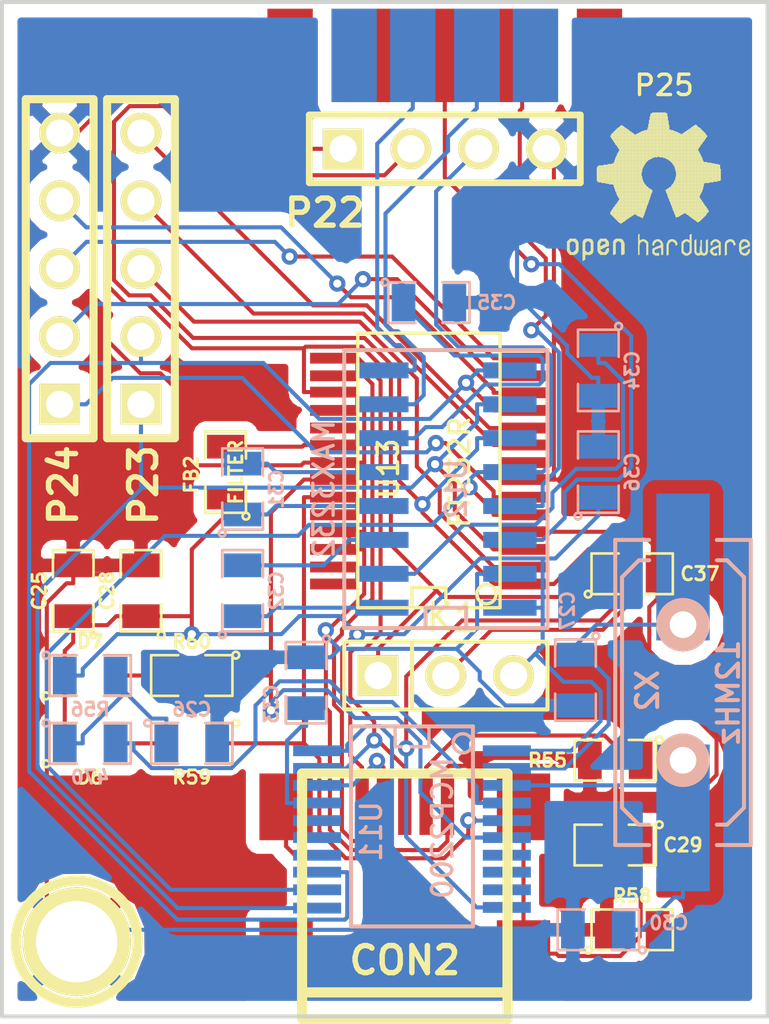
<source format=kicad_pcb>
(kicad_pcb (version 3) (host pcbnew "(2013-07-07 BZR 4022)-stable")
  (layers (15 F.Cu signal) (0 B.Cu signal) (18 B.Paste user) (19 F.Paste user) (20 B.SilkS user) (21 F.SilkS user) (22 B.Mask user) (23 F.Mask user) (28 Edge.Cuts user))
  (net 0 "")
  (net 1 CBUS2)
  (net 2 CBUS3)
  (net 3 CBUS4)
  (net 4 CTS)
  (net 5 CTS_DB9)
  (net 6 D+)
  (net 7 D-)
  (net 8 DCD)
  (net 9 DSR)
  (net 10 DTR)
  (net 11 FTDI3V3)
  (net 12 N-000001)
  (net 13 N-0000014)
  (net 14 N-0000015)
  (net 15 N-0000016)
  (net 16 N-0000018)
  (net 17 N-0000019)
  (net 18 N-000002)
  (net 19 N-0000020)
  (net 20 N-0000021)
  (net 21 N-0000023)
  (net 22 N-0000031)
  (net 23 N-000004)
  (net 24 N-0000040)
  (net 25 N-000005)
  (net 26 OSCI1)
  (net 27 OSCI2)
  (net 28 RI)
  (net 29 RTS)
  (net 30 RTS_DB9)
  (net 31 RX)
  (net 32 RXLED)
  (net 33 RX_DB9)
  (net 34 TX)
  (net 35 TXLED)
  (net 36 TX_DB9)
  (net 37 USB_GND)
  (net 38 VBUS)
  (net 39 VCCIO)
  (module USB_MINI_B_2Hole (layer F.Cu) (at 199.9 149.1 90)
    (fp_text reference CON2 (at -2.4 0 180) (layer F.SilkS) (effects (font (size 1.016 1.016) (thickness 0.2032))))
    (fp_text value USB-MINI-B hide)
    (pad 1 smd rect (at 3.44932 -1.6002 90) (size 2.30124 0.50038) (layers F.Cu F.Paste F.Mask) (net 38 VBUS))
    (pad 2 smd rect (at 3.44932 -0.8001 90) (size 2.30124 0.50038) (layers F.Cu F.Paste F.Mask) (net 7 D-))
    (pad 3 smd rect (at 3.44932 0 90) (size 2.30124 0.50038) (layers F.Cu F.Paste F.Mask) (net 6 D+))
    (pad 4 smd rect (at 3.44932 0.8001 90) (size 2.30124 0.50038) (layers F.Cu F.Paste F.Mask) (net 20 N-0000021))
    (pad 5 smd rect (at 3.44932 1.6002 90) (size 2.30124 0.50038) (layers F.Cu F.Paste F.Mask) (net 37 USB_GND))
    (pad 6 smd rect (at 3.35026 -4.45008 90) (size 2.49936 1.99898) (layers F.Cu F.Paste F.Mask) (net 21 N-0000023))
    (pad 7 smd rect (at -2.14884 -4.45008 90) (size 2.49936 1.99898) (layers F.Cu F.Paste F.Mask) (net 21 N-0000023))
    (pad 8 smd rect (at 3.35026 4.45008 90) (size 2.49936 1.99898) (layers F.Cu F.Paste F.Mask) (net 21 N-0000023))
    (pad 9 smd rect (at -2.14884 4.45008 90) (size 2.49936 1.99898) (layers F.Cu F.Paste F.Mask) (net 21 N-0000023))
  )
  (module SSOP28big (layer F.Cu) (at 200.805 133.21 90)
    (fp_text reference U13 (at 0.127 -1.524 90) (layer F.SilkS) (effects (font (size 0.762 0.762) (thickness 0.127))))
    (fp_text value FT232R (at 0 1.143 90) (layer F.SilkS) (effects (font (size 0.762 0.762) (thickness 0.127))))
    (pad 1 smd rect (at -4.191 3.556 90) (size 0.4064 1.80086) (layers F.Cu F.Paste F.Mask) (net 34 TX))
    (pad 2 smd rect (at -3.556 3.556 90) (size 0.4064 1.80086) (layers F.Cu F.Paste F.Mask) (net 10 DTR))
    (pad 3 smd rect (at -2.8956 3.556 90) (size 0.4064 1.80086) (layers F.Cu F.Paste F.Mask) (net 29 RTS))
    (pad 4 smd rect (at -2.2352 3.556 90) (size 0.4064 1.80086) (layers F.Cu F.Paste F.Mask) (net 39 VCCIO))
    (pad 5 smd rect (at -1.6002 3.556 90) (size 0.4064 1.80086) (layers F.Cu F.Paste F.Mask) (net 31 RX))
    (pad 6 smd rect (at -0.9398 3.556 90) (size 0.4064 1.80086) (layers F.Cu F.Paste F.Mask) (net 28 RI))
    (pad 7 smd rect (at -0.2794 3.556 90) (size 0.4064 1.80086) (layers F.Cu F.Paste F.Mask) (net 37 USB_GND))
    (pad 8 smd rect (at 0.3556 3.556 90) (size 0.4064 1.80086) (layers F.Cu F.Paste F.Mask))
    (pad 9 smd rect (at 1.016 3.556 90) (size 0.4064 1.80086) (layers F.Cu F.Paste F.Mask) (net 9 DSR))
    (pad 10 smd rect (at 1.651 3.556 90) (size 0.4064 1.80086) (layers F.Cu F.Paste F.Mask) (net 8 DCD))
    (pad 11 smd rect (at 2.3114 3.556 90) (size 0.4064 1.80086) (layers F.Cu F.Paste F.Mask) (net 4 CTS))
    (pad 12 smd rect (at 2.9718 3.556 90) (size 0.4064 1.80086) (layers F.Cu F.Paste F.Mask) (net 3 CBUS4))
    (pad 13 smd rect (at 3.6068 3.556 90) (size 0.4064 1.80086) (layers F.Cu F.Paste F.Mask) (net 1 CBUS2))
    (pad 14 smd rect (at 4.2672 3.556 90) (size 0.4064 1.80086) (layers F.Cu F.Paste F.Mask) (net 2 CBUS3))
    (pad 15 smd rect (at 4.2672 -3.556 90) (size 0.4064 1.80086) (layers F.Cu F.Paste F.Mask) (net 6 D+))
    (pad 16 smd rect (at 3.6068 -3.556 90) (size 0.4064 1.80086) (layers F.Cu F.Paste F.Mask) (net 7 D-))
    (pad 17 smd rect (at 2.9972 -3.556 90) (size 0.4064 1.80086) (layers F.Cu F.Paste F.Mask) (net 11 FTDI3V3))
    (pad 18 smd rect (at 2.3114 -3.556 90) (size 0.4064 1.80086) (layers F.Cu F.Paste F.Mask) (net 37 USB_GND))
    (pad 19 smd rect (at 1.651 -3.556 90) (size 0.4064 1.80086) (layers F.Cu F.Paste F.Mask))
    (pad 20 smd rect (at 1.016 -3.556 90) (size 0.4064 1.80086) (layers F.Cu F.Paste F.Mask) (net 24 N-0000040))
    (pad 21 smd rect (at 0.3556 -3.556 90) (size 0.4064 1.80086) (layers F.Cu F.Paste F.Mask) (net 37 USB_GND))
    (pad 22 smd rect (at -0.2794 -3.556 90) (size 0.4064 1.80086) (layers F.Cu F.Paste F.Mask) (net 32 RXLED))
    (pad 23 smd rect (at -0.9398 -3.556 90) (size 0.4064 1.80086) (layers F.Cu F.Paste F.Mask) (net 35 TXLED))
    (pad 24 smd rect (at -1.6002 -3.556 90) (size 0.4064 1.80086) (layers F.Cu F.Paste F.Mask))
    (pad 25 smd rect (at -2.2352 -3.556 90) (size 0.4064 1.80086) (layers F.Cu F.Paste F.Mask) (net 37 USB_GND))
    (pad 26 smd rect (at -2.8956 -3.556 90) (size 0.4064 1.80086) (layers F.Cu F.Paste F.Mask) (net 37 USB_GND))
    (pad 27 smd rect (at -3.556 -3.556 90) (size 0.4064 1.80086) (layers F.Cu F.Paste F.Mask))
    (pad 28 smd rect (at -4.191 -3.556 90) (size 0.4064 1.80086) (layers F.Cu F.Paste F.Mask))
  )
  (module SSOP20big (layer B.Cu) (at 200.17 146.545 270)
    (fp_text reference U11 (at 0.127 1.524 270) (layer B.SilkS) (effects (font (size 0.762 0.762) (thickness 0.127)) (justify mirror)))
    (fp_text value MCP2200 (at 0 -1.143 270) (layer B.SilkS) (effects (font (size 0.762 0.762) (thickness 0.127)) (justify mirror)))
    (pad 1 smd rect (at -2.8956 -3.556 270) (size 0.4064 1.80086) (layers B.Cu B.Paste B.Mask) (net 38 VBUS))
    (pad 2 smd rect (at -2.2352 -3.556 270) (size 0.4064 1.80086) (layers B.Cu B.Paste B.Mask) (net 26 OSCI1))
    (pad 3 smd rect (at -1.6002 -3.556 270) (size 0.4064 1.80086) (layers B.Cu B.Paste B.Mask) (net 27 OSCI2))
    (pad 4 smd rect (at -0.9398 -3.556 270) (size 0.4064 1.80086) (layers B.Cu B.Paste B.Mask) (net 25 N-000005))
    (pad 5 smd rect (at -0.2794 -3.556 270) (size 0.4064 1.80086) (layers B.Cu B.Paste B.Mask) (net 35 TXLED))
    (pad 6 smd rect (at 0.3556 -3.556 270) (size 0.4064 1.80086) (layers B.Cu B.Paste B.Mask) (net 32 RXLED))
    (pad 7 smd rect (at 1.016 -3.556 270) (size 0.4064 1.80086) (layers B.Cu B.Paste B.Mask))
    (pad 8 smd rect (at 1.651 -3.556 270) (size 0.4064 1.80086) (layers B.Cu B.Paste B.Mask))
    (pad 9 smd rect (at 2.3114 -3.556 270) (size 0.4064 1.80086) (layers B.Cu B.Paste B.Mask))
    (pad 10 smd rect (at 2.9718 -3.556 270) (size 0.4064 1.80086) (layers B.Cu B.Paste B.Mask) (net 34 TX))
    (pad 11 smd rect (at 2.9972 3.556 270) (size 0.4064 1.80086) (layers B.Cu B.Paste B.Mask) (net 29 RTS))
    (pad 12 smd rect (at 2.3114 3.556 270) (size 0.4064 1.80086) (layers B.Cu B.Paste B.Mask) (net 31 RX))
    (pad 13 smd rect (at 1.651 3.556 270) (size 0.4064 1.80086) (layers B.Cu B.Paste B.Mask) (net 4 CTS))
    (pad 14 smd rect (at 1.016 3.556 270) (size 0.4064 1.80086) (layers B.Cu B.Paste B.Mask))
    (pad 15 smd rect (at 0.3556 3.556 270) (size 0.4064 1.80086) (layers B.Cu B.Paste B.Mask))
    (pad 16 smd rect (at -0.2794 3.556 270) (size 0.4064 1.80086) (layers B.Cu B.Paste B.Mask))
    (pad 17 smd rect (at -0.9398 3.556 270) (size 0.4064 1.80086) (layers B.Cu B.Paste B.Mask) (net 22 N-0000031))
    (pad 18 smd rect (at -1.6002 3.556 270) (size 0.4064 1.80086) (layers B.Cu B.Paste B.Mask) (net 7 D-))
    (pad 19 smd rect (at -2.2352 3.556 270) (size 0.4064 1.80086) (layers B.Cu B.Paste B.Mask) (net 6 D+))
    (pad 20 smd rect (at -2.8956 3.556 270) (size 0.4064 1.80086) (layers B.Cu B.Paste B.Mask) (net 37 USB_GND))
  )
  (module SOIC16 (layer B.Cu) (at 201.44 133.845 90)
    (fp_text reference U12 (at 0 0.381 90) (layer B.SilkS) (effects (font (size 0.762 0.762) (thickness 0.127)) (justify mirror)))
    (fp_text value MAX3232 (at 0 -4.572 90) (layer B.SilkS) (effects (font (size 0.762 0.762) (thickness 0.127)) (justify mirror)))
    (pad 15 smd rect (at -3.175 2.4 90) (size 0.6 2) (layers B.Cu B.Paste B.Mask) (net 37 USB_GND))
    (pad 13 smd rect (at -0.635 2.4 90) (size 0.6 2) (layers B.Cu B.Paste B.Mask) (net 33 RX_DB9))
    (pad 14 smd rect (at -1.905 2.4 90) (size 0.6 2) (layers B.Cu B.Paste B.Mask) (net 36 TX_DB9))
    (pad 12 smd rect (at 0.635 2.4 90) (size 0.6 2) (layers B.Cu B.Paste B.Mask) (net 31 RX))
    (pad 11 smd rect (at 1.905 2.4 90) (size 0.6 2) (layers B.Cu B.Paste B.Mask) (net 34 TX))
    (pad 10 smd rect (at 3.175 2.4 90) (size 0.6 2) (layers B.Cu B.Paste B.Mask) (net 29 RTS))
    (pad 16 smd rect (at -4.445 2.4 90) (size 0.6 2) (layers B.Cu B.Paste B.Mask) (net 38 VBUS))
    (pad 9 smd rect (at 4.445 2.4 90) (size 0.6 2) (layers B.Cu B.Paste B.Mask) (net 4 CTS))
    (pad 8 smd rect (at 4.445 -2.4 90) (size 0.6 2) (layers B.Cu B.Paste B.Mask) (net 5 CTS_DB9))
    (pad 1 smd rect (at -4.445 -2.4 90) (size 0.6 2) (layers B.Cu B.Paste B.Mask) (net 16 N-0000018))
    (pad 7 smd rect (at 3.175 -2.4 90) (size 0.6 2) (layers B.Cu B.Paste B.Mask) (net 30 RTS_DB9))
    (pad 6 smd rect (at 1.905 -2.4 90) (size 0.6 2) (layers B.Cu B.Paste B.Mask) (net 13 N-0000014))
    (pad 5 smd rect (at 0.635 -2.4 90) (size 0.6 2) (layers B.Cu B.Paste B.Mask) (net 14 N-0000015))
    (pad 3 smd rect (at -1.905 -2.4 90) (size 0.6 2) (layers B.Cu B.Paste B.Mask) (net 17 N-0000019))
    (pad 4 smd rect (at -0.635 -2.4 90) (size 0.6 2) (layers B.Cu B.Paste B.Mask) (net 15 N-0000016))
    (pad 2 smd rect (at -3.175 -2.4 90) (size 0.6 2) (layers B.Cu B.Paste B.Mask) (net 19 N-0000020))
  )
  (module SM0805 (layer F.Cu) (at 191.915 140.83 180)
    (fp_text reference R60 (at 0 1.27 180) (layer F.SilkS) (effects (font (size 0.50038 0.50038) (thickness 0.10922))))
    (fp_text value 330 hide)
    (pad 1 smd rect (at -0.9525 0 180) (size 0.889 1.397) (layers F.Cu F.Paste F.Mask) (net 32 RXLED))
    (pad 2 smd rect (at 0.9525 0 180) (size 0.889 1.397) (layers F.Cu F.Paste F.Mask) (net 12 N-000001))
  )
  (module SM0805 (layer F.Cu) (at 193.185 133.21 90)
    (fp_text reference FB2 (at -0.09 -1.285 90) (layer F.SilkS) (effects (font (size 0.50038 0.50038) (thickness 0.10922))))
    (fp_text value FILTER (at 0 0.381 90) (layer F.SilkS) (effects (font (size 0.50038 0.50038) (thickness 0.10922))))
    (pad 1 smd rect (at -0.9525 0 90) (size 0.889 1.397) (layers F.Cu F.Paste F.Mask) (net 38 VBUS))
    (pad 2 smd rect (at 0.9525 0 90) (size 0.889 1.397) (layers F.Cu F.Paste F.Mask) (net 24 N-0000040))
  )
  (module SM0805 (layer B.Cu) (at 200.805 126.86)
    (fp_text reference C35 (at 2.54 0) (layer B.SilkS) (effects (font (size 0.50038 0.50038) (thickness 0.10922)) (justify mirror)))
    (fp_text value 0.33uF hide)
    (pad 1 smd rect (at -0.9525 0) (size 0.889 1.397) (layers B.Cu B.Paste B.Mask) (net 13 N-0000014))
    (pad 2 smd rect (at 0.9525 0) (size 0.889 1.397) (layers B.Cu B.Paste B.Mask) (net 37 USB_GND))
  )
  (module SM0805 (layer B.Cu) (at 193.82 137.655 90)
    (fp_text reference C32 (at 0 1.27 90) (layer B.SilkS) (effects (font (size 0.50038 0.50038) (thickness 0.10922)) (justify mirror)))
    (fp_text value 0.047uF hide)
    (pad 1 smd rect (at -0.9525 0 90) (size 0.889 1.397) (layers B.Cu B.Paste B.Mask) (net 16 N-0000018))
    (pad 2 smd rect (at 0.9525 0 90) (size 0.889 1.397) (layers B.Cu B.Paste B.Mask) (net 17 N-0000019))
  )
  (module SM0805 (layer B.Cu) (at 193.82 133.845 90)
    (fp_text reference C31 (at 0 1.27 90) (layer B.SilkS) (effects (font (size 0.50038 0.50038) (thickness 0.10922)) (justify mirror)))
    (fp_text value 0.33uF hide)
    (pad 1 smd rect (at -0.9525 0 90) (size 0.889 1.397) (layers B.Cu B.Paste B.Mask) (net 15 N-0000016))
    (pad 2 smd rect (at 0.9525 0 90) (size 0.889 1.397) (layers B.Cu B.Paste B.Mask) (net 14 N-0000015))
  )
  (module SM0805 (layer B.Cu) (at 207.155 129.4 270)
    (fp_text reference C34 (at 0 -1.27 270) (layer B.SilkS) (effects (font (size 0.50038 0.50038) (thickness 0.10922)) (justify mirror)))
    (fp_text value 0.33uF hide)
    (pad 1 smd rect (at -0.9525 0 270) (size 0.889 1.397) (layers B.Cu B.Paste B.Mask) (net 19 N-0000020))
    (pad 2 smd rect (at 0.9525 0 270) (size 0.889 1.397) (layers B.Cu B.Paste B.Mask) (net 37 USB_GND))
  )
  (module SM0805 (layer B.Cu) (at 207.155 133.21 90)
    (fp_text reference C36 (at 0 1.27 90) (layer B.SilkS) (effects (font (size 0.50038 0.50038) (thickness 0.10922)) (justify mirror)))
    (fp_text value 0.1uF hide)
    (pad 1 smd rect (at -0.9525 0 90) (size 0.889 1.397) (layers B.Cu B.Paste B.Mask) (net 38 VBUS))
    (pad 2 smd rect (at 0.9525 0 90) (size 0.889 1.397) (layers B.Cu B.Paste B.Mask) (net 37 USB_GND))
  )
  (module SM0805 (layer F.Cu) (at 188.105 140.83)
    (fp_text reference D7 (at 0 -1.27) (layer F.SilkS) (effects (font (size 0.50038 0.50038) (thickness 0.10922))))
    (fp_text value "KPT-1608 YC" hide)
    (pad 1 smd rect (at -0.9525 0) (size 0.889 1.397) (layers F.Cu F.Paste F.Mask) (net 38 VBUS))
    (pad 2 smd rect (at 0.9525 0) (size 0.889 1.397) (layers F.Cu F.Paste F.Mask) (net 12 N-000001))
  )
  (module SM0805 (layer F.Cu) (at 188.105 143.37)
    (fp_text reference D6 (at 0 1.27) (layer F.SilkS) (effects (font (size 0.50038 0.50038) (thickness 0.10922))))
    (fp_text value "KPT-1608 EC" hide)
    (pad 1 smd rect (at -0.9525 0) (size 0.889 1.397) (layers F.Cu F.Paste F.Mask) (net 38 VBUS))
    (pad 2 smd rect (at 0.9525 0) (size 0.889 1.397) (layers F.Cu F.Paste F.Mask) (net 18 N-000002))
  )
  (module SM0805 (layer F.Cu) (at 191.915 143.37 180)
    (fp_text reference R59 (at 0 -1.27 180) (layer F.SilkS) (effects (font (size 0.50038 0.50038) (thickness 0.10922))))
    (fp_text value 330 hide)
    (pad 1 smd rect (at -0.9525 0 180) (size 0.889 1.397) (layers F.Cu F.Paste F.Mask) (net 35 TXLED))
    (pad 2 smd rect (at 0.9525 0 180) (size 0.889 1.397) (layers F.Cu F.Paste F.Mask) (net 18 N-000002))
  )
  (module SM0805 (layer B.Cu) (at 191.915 143.37)
    (fp_text reference C26 (at 0 -1.27) (layer B.SilkS) (effects (font (size 0.50038 0.50038) (thickness 0.10922)) (justify mirror)))
    (fp_text value 0.1uF hide)
    (pad 1 smd rect (at -0.9525 0) (size 0.889 1.397) (layers B.Cu B.Paste B.Mask) (net 23 N-000004))
    (pad 2 smd rect (at 0.9525 0) (size 0.889 1.397) (layers B.Cu B.Paste B.Mask) (net 37 USB_GND))
  )
  (module SM0805 (layer F.Cu) (at 208.425 150.355)
    (fp_text reference R58 (at 0 -1.27) (layer F.SilkS) (effects (font (size 0.50038 0.50038) (thickness 0.10922))))
    (fp_text value 1M hide)
    (pad 1 smd rect (at -0.9525 0) (size 0.889 1.397) (layers F.Cu F.Paste F.Mask) (net 37 USB_GND))
    (pad 2 smd rect (at 0.9525 0) (size 0.889 1.397) (layers F.Cu F.Paste F.Mask) (net 21 N-0000023))
  )
  (module SM0805 (layer F.Cu) (at 207.79 147.18 180)
    (fp_text reference C29 (at -2.54 0 180) (layer F.SilkS) (effects (font (size 0.50038 0.50038) (thickness 0.10922))))
    (fp_text value "10n 500V" hide)
    (pad 1 smd rect (at -0.9525 0 180) (size 0.889 1.397) (layers F.Cu F.Paste F.Mask) (net 21 N-0000023))
    (pad 2 smd rect (at 0.9525 0 180) (size 0.889 1.397) (layers F.Cu F.Paste F.Mask) (net 37 USB_GND))
  )
  (module SM0805 (layer F.Cu) (at 207.79 144.005 180)
    (fp_text reference R55 (at 2.54 0 180) (layer F.SilkS) (effects (font (size 0.50038 0.50038) (thickness 0.10922))))
    (fp_text value R hide)
    (pad 1 smd rect (at -0.9525 0 180) (size 0.889 1.397) (layers F.Cu F.Paste F.Mask) (net 20 N-0000021))
    (pad 2 smd rect (at 0.9525 0 180) (size 0.889 1.397) (layers F.Cu F.Paste F.Mask) (net 37 USB_GND))
  )
  (module SM0805 (layer F.Cu) (at 208.425 137.02)
    (fp_text reference C37 (at 2.54 0) (layer F.SilkS) (effects (font (size 0.50038 0.50038) (thickness 0.10922))))
    (fp_text value 100nF hide)
    (pad 1 smd rect (at -0.9525 0) (size 0.889 1.397) (layers F.Cu F.Paste F.Mask) (net 11 FTDI3V3))
    (pad 2 smd rect (at 0.9525 0) (size 0.889 1.397) (layers F.Cu F.Paste F.Mask) (net 37 USB_GND))
  )
  (module SM0805 (layer F.Cu) (at 187.47 137.655 90)
    (fp_text reference C25 (at 0 -1.27 90) (layer F.SilkS) (effects (font (size 0.50038 0.50038) (thickness 0.10922))))
    (fp_text value 4,7uF hide)
    (pad 1 smd rect (at -0.9525 0 90) (size 0.889 1.397) (layers F.Cu F.Paste F.Mask) (net 38 VBUS))
    (pad 2 smd rect (at 0.9525 0 90) (size 0.889 1.397) (layers F.Cu F.Paste F.Mask) (net 37 USB_GND))
  )
  (module SM0805 (layer F.Cu) (at 190.01 137.655 90)
    (fp_text reference C28 (at 0 -1.27 90) (layer F.SilkS) (effects (font (size 0.50038 0.50038) (thickness 0.10922))))
    (fp_text value 100nF hide)
    (pad 1 smd rect (at -0.9525 0 90) (size 0.889 1.397) (layers F.Cu F.Paste F.Mask) (net 38 VBUS))
    (pad 2 smd rect (at 0.9525 0 90) (size 0.889 1.397) (layers F.Cu F.Paste F.Mask) (net 37 USB_GND))
  )
  (module SM0805 (layer B.Cu) (at 206.3 141 270)
    (fp_text reference C27 (at -2.6 0.3 270) (layer B.SilkS) (effects (font (size 0.50038 0.50038) (thickness 0.10922)) (justify mirror)))
    (fp_text value 16pF hide)
    (pad 1 smd rect (at -0.9525 0 270) (size 0.889 1.397) (layers B.Cu B.Paste B.Mask) (net 26 OSCI1))
    (pad 2 smd rect (at 0.9525 0 270) (size 0.889 1.397) (layers B.Cu B.Paste B.Mask) (net 37 USB_GND))
  )
  (module SM0805 (layer B.Cu) (at 207.155 150.355 180)
    (fp_text reference C30 (at -2.645 0.255 180) (layer B.SilkS) (effects (font (size 0.50038 0.50038) (thickness 0.10922)) (justify mirror)))
    (fp_text value 16pF hide)
    (pad 1 smd rect (at -0.9525 0 180) (size 0.889 1.397) (layers B.Cu B.Paste B.Mask) (net 27 OSCI2))
    (pad 2 smd rect (at 0.9525 0 180) (size 0.889 1.397) (layers B.Cu B.Paste B.Mask) (net 37 USB_GND))
  )
  (module SM0805 (layer B.Cu) (at 188.105 140.83)
    (fp_text reference R56 (at 0 1.27) (layer B.SilkS) (effects (font (size 0.50038 0.50038) (thickness 0.10922)) (justify mirror)))
    (fp_text value 10K hide)
    (pad 1 smd rect (at -0.9525 0) (size 0.889 1.397) (layers B.Cu B.Paste B.Mask) (net 38 VBUS))
    (pad 2 smd rect (at 0.9525 0) (size 0.889 1.397) (layers B.Cu B.Paste B.Mask) (net 23 N-000004))
  )
  (module SM0805 (layer B.Cu) (at 196.2 141.1 270)
    (fp_text reference C33 (at 0.8 1.3 270) (layer B.SilkS) (effects (font (size 0.50038 0.50038) (thickness 0.10922)) (justify mirror)))
    (fp_text value 470nF hide)
    (pad 1 smd rect (at -0.9525 0 270) (size 0.889 1.397) (layers B.Cu B.Paste B.Mask) (net 37 USB_GND))
    (pad 2 smd rect (at 0.9525 0 270) (size 0.889 1.397) (layers B.Cu B.Paste B.Mask) (net 22 N-0000031))
  )
  (module SM0805 (layer B.Cu) (at 188.105 143.37)
    (fp_text reference R57 hide)
    (fp_text value 470 (at 0 1.27) (layer B.SilkS) (effects (font (size 0.50038 0.50038) (thickness 0.10922)) (justify mirror)))
    (pad 1 smd rect (at -0.9525 0) (size 0.889 1.397) (layers B.Cu B.Paste B.Mask) (net 23 N-000004))
    (pad 2 smd rect (at 0.9525 0) (size 0.889 1.397) (layers B.Cu B.Paste B.Mask) (net 25 N-000005))
  )
  (module Q_49U3HMS_hole (layer B.Cu) (at 210.33 141.465 270)
    (fp_text reference X2 (at -0.065 1.33 270) (layer B.SilkS) (effects (font (size 0.8 0.8)) (justify mirror)))
    (fp_text value 12MHz (at 0 -1.7 270) (layer B.SilkS) (effects (font (size 0.8 0.8)) (justify mirror)))
    (pad 1 smd rect (at -4.699 0 270) (size 5.4991 1.99898) (layers B.Cu B.Paste B.Mask) (net 26 OSCI1))
    (pad 2 smd rect (at 4.699 0 270) (size 5.4991 1.99898) (layers B.Cu B.Paste B.Mask) (net 27 OSCI2))
    (pad 1 thru_hole circle (at -2.54 0 270) (size 2 2) (drill 1) (layers *.Cu *.Mask B.SilkS) (net 26 OSCI1))
    (pad 2 thru_hole circle (at 2.54 0 270) (size 2 2) (drill 1) (layers *.Cu *.Mask B.SilkS) (net 27 OSCI2))
  )
  (module PIN_ARRAY_5x1 (layer F.Cu) (at 190.01 125.59 90)
    (fp_text reference P23 (at -8.11 0.09 90) (layer F.SilkS) (effects (font (size 1.016 1.016) (thickness 0.2032))))
    (fp_text value CONN_5 hide)
    (pad 1 thru_hole rect (at -5.08 0 90) (size 1.524 1.524) (drill 1.016) (layers *.Cu *.Mask F.SilkS) (net 29 RTS))
    (pad 2 thru_hole circle (at -2.54 0 90) (size 1.524 1.524) (drill 1.016) (layers *.Cu *.Mask F.SilkS) (net 4 CTS))
    (pad 3 thru_hole circle (at 0 0 90) (size 1.524 1.524) (drill 1.016) (layers *.Cu *.Mask F.SilkS) (net 10 DTR))
    (pad 4 thru_hole circle (at 2.54 0 90) (size 1.524 1.524) (drill 1.016) (layers *.Cu *.Mask F.SilkS) (net 9 DSR))
    (pad 5 thru_hole circle (at 5.08 0 90) (size 1.524 1.524) (drill 1.016) (layers *.Cu *.Mask F.SilkS) (net 8 DCD))
  )
  (module PIN_ARRAY_5x1 (layer F.Cu) (at 186.962 125.59 90)
    (fp_text reference P24 (at -8.11 0.138 90) (layer F.SilkS) (effects (font (size 1.016 1.016) (thickness 0.2032))))
    (fp_text value CONN_5 hide)
    (pad 1 thru_hole rect (at -5.08 0 90) (size 1.524 1.524) (drill 1.016) (layers *.Cu *.Mask F.SilkS) (net 28 RI))
    (pad 2 thru_hole circle (at -2.54 0 90) (size 1.524 1.524) (drill 1.016) (layers *.Cu *.Mask F.SilkS) (net 1 CBUS2))
    (pad 3 thru_hole circle (at 0 0 90) (size 1.524 1.524) (drill 1.016) (layers *.Cu *.Mask F.SilkS) (net 2 CBUS3))
    (pad 4 thru_hole circle (at 2.54 0 90) (size 1.524 1.524) (drill 1.016) (layers *.Cu *.Mask F.SilkS) (net 3 CBUS4))
    (pad 5 thru_hole circle (at 5.08 0 90) (size 1.524 1.524) (drill 1.016) (layers *.Cu *.Mask F.SilkS) (net 37 USB_GND))
  )
  (module PIN_ARRAY_4x1 (layer F.Cu) (at 201.4 121.1)
    (fp_text reference P22 (at -4.5 2.4) (layer F.SilkS) (effects (font (size 1.016 1.016) (thickness 0.2032))))
    (fp_text value CONN_4 hide)
    (pad 1 thru_hole rect (at -3.81 0) (size 1.524 1.524) (drill 1.016) (layers *.Cu *.Mask F.SilkS) (net 11 FTDI3V3))
    (pad 2 thru_hole circle (at -1.27 0) (size 1.524 1.524) (drill 1.016) (layers *.Cu *.Mask F.SilkS) (net 34 TX))
    (pad 3 thru_hole circle (at 1.27 0) (size 1.524 1.524) (drill 1.016) (layers *.Cu *.Mask F.SilkS) (net 31 RX))
    (pad 4 thru_hole circle (at 3.81 0) (size 1.524 1.524) (drill 1.016) (layers *.Cu *.Mask F.SilkS) (net 37 USB_GND))
  )
  (module DB9_smd (layer F.Cu) (at 201.4 117.6)
    (fp_text reference P25 (at 8.224999 1.119999) (layer F.SilkS) (effects (font (size 0.762 0.762) (thickness 0.127))))
    (fp_text value CONN_9 hide)
    (pad 6 smd rect (at 3.4 0) (size 1.7 3.5) (layers B.Cu B.Paste B.Mask))
    (pad 9 smd rect (at -3.4 0) (size 1.7 3.5) (layers B.Cu B.Paste B.Mask))
    (pad 8 smd rect (at -1.2 0) (size 1.7 3.5) (layers B.Cu B.Paste B.Mask) (net 5 CTS_DB9))
    (pad 7 smd rect (at 1.2 0) (size 1.7 3.5) (layers B.Cu B.Paste B.Mask) (net 30 RTS_DB9))
    (pad 2 smd rect (at 2.9 0) (size 1.7 3.5) (layers F.Cu F.Paste F.Mask) (net 33 RX_DB9))
    (pad 3 smd rect (at 0 0) (size 1.7 3.5) (layers F.Cu F.Paste F.Mask) (net 36 TX_DB9))
    (pad 4 smd rect (at -2.9 0) (size 1.7 3.5) (layers F.Cu F.Paste F.Mask))
    (pad 1 smd rect (at 5.8 0) (size 1.7 3.5) (layers F.Cu F.Paste F.Mask))
    (pad 5 smd rect (at -5.8 0) (size 1.7 3.5) (layers F.Cu F.Paste F.Mask) (net 37 USB_GND))
  )
  (module 1pin (layer F.Cu) (at 187.6 150.8)
    (fp_text reference P1 hide)
    (fp_text value CONN_1 hide)
    (pad 1 thru_hole circle (at 0 0) (size 4.064 4.064) (drill 3.048) (layers *.Cu *.Mask F.SilkS) (net 37 USB_GND))
  )
  (module PIN_ARRAY_3X1 (layer F.Cu) (at 201.44 140.83)
    (fp_text reference K1 (at 0.254 -2.159) (layer F.SilkS) (effects (font (size 1.016 1.016) (thickness 0.1524))))
    (fp_text value CONN_3 hide)
    (pad 1 thru_hole rect (at -2.54 0) (size 1.524 1.524) (drill 1.016) (layers *.Cu *.Mask F.SilkS) (net 11 FTDI3V3))
    (pad 2 thru_hole circle (at 0 0) (size 1.524 1.524) (drill 1.016) (layers *.Cu *.Mask F.SilkS) (net 39 VCCIO))
    (pad 3 thru_hole circle (at 2.54 0) (size 1.524 1.524) (drill 1.016) (layers *.Cu *.Mask F.SilkS) (net 38 VBUS))
  )
  (module OSHWLOGO0.3IN (layer F.Cu) (at 205.6 118.8)
    (fp_text reference G*** hide)
    (fp_text value LOGO hide)
  )
  (gr_line (start 184.8 115.6) (end 213.5 115.6) (angle 90) (layer Edge.Cuts) (width 0.15))
  (gr_line (start 184.8 153.6) (end 184.8 115.6) (angle 90) (layer Edge.Cuts) (width 0.15))
  (gr_line (start 213.5 153.6) (end 184.8 153.6) (angle 90) (layer Edge.Cuts) (width 0.15))
  (gr_line (start 213.5 115.6) (end 213.5 153.6) (angle 90) (layer Edge.Cuts) (width 0.15))
  (via (at 198.3333 125.9823) (size 0.6096) (layers F.Cu B.Cu) (net 1))
  (segment (start 204.361 129.6032) (end 203.2317 129.6032) (width 0.1524) (layer F.Cu) (net 1))
  (segment (start 197.4012 126.9144) (end 198.3333 125.9823) (width 0.1524) (layer B.Cu) (net 1))
  (segment (start 188.1776 126.9144) (end 197.4012 126.9144) (width 0.1524) (layer B.Cu) (net 1))
  (segment (start 186.962 128.13) (end 188.1776 126.9144) (width 0.1524) (layer B.Cu) (net 1))
  (segment (start 199.6108 125.9823) (end 198.3333 125.9823) (width 0.1524) (layer F.Cu) (net 1))
  (segment (start 203.2317 129.6032) (end 199.6108 125.9823) (width 0.1524) (layer F.Cu) (net 1))
  (via (at 195.5826 125.1365) (size 0.6096) (layers F.Cu B.Cu) (net 2))
  (segment (start 204.361 128.9428) (end 203.2317 128.9428) (width 0.1524) (layer F.Cu) (net 2))
  (segment (start 195.0312 124.5851) (end 195.5826 125.1365) (width 0.1524) (layer B.Cu) (net 2))
  (segment (start 187.9669 124.5851) (end 195.0312 124.5851) (width 0.1524) (layer B.Cu) (net 2))
  (segment (start 186.962 125.59) (end 187.9669 124.5851) (width 0.1524) (layer B.Cu) (net 2))
  (segment (start 199.4254 125.1365) (end 195.5826 125.1365) (width 0.1524) (layer F.Cu) (net 2))
  (segment (start 203.2317 128.9428) (end 199.4254 125.1365) (width 0.1524) (layer F.Cu) (net 2))
  (via (at 197.3693 126.147) (size 0.6096) (layers F.Cu B.Cu) (net 3))
  (segment (start 204.361 130.2382) (end 203.2317 130.2382) (width 0.1524) (layer F.Cu) (net 3))
  (segment (start 195.2632 124.0409) (end 197.3693 126.147) (width 0.1524) (layer B.Cu) (net 3))
  (segment (start 187.9529 124.0409) (end 195.2632 124.0409) (width 0.1524) (layer B.Cu) (net 3))
  (segment (start 186.962 123.05) (end 187.9529 124.0409) (width 0.1524) (layer B.Cu) (net 3))
  (segment (start 197.8815 126.6592) (end 197.3693 126.147) (width 0.1524) (layer F.Cu) (net 3))
  (segment (start 199.7501 126.6592) (end 197.8815 126.6592) (width 0.1524) (layer F.Cu) (net 3))
  (segment (start 203.2317 130.1408) (end 199.7501 126.6592) (width 0.1524) (layer F.Cu) (net 3))
  (segment (start 203.2317 130.2382) (end 203.2317 130.1408) (width 0.1524) (layer F.Cu) (net 3))
  (via (at 202.1964 129.8633) (size 0.6096) (layers F.Cu B.Cu) (net 4))
  (segment (start 196.614 148.196) (end 197.7433 148.196) (width 0.1524) (layer B.Cu) (net 4))
  (segment (start 190.01 129.1223) (end 190.01 128.13) (width 0.1524) (layer B.Cu) (net 4))
  (segment (start 186.6115 129.1223) (end 190.01 129.1223) (width 0.1524) (layer B.Cu) (net 4))
  (segment (start 185.8176 129.9162) (end 186.6115 129.1223) (width 0.1524) (layer B.Cu) (net 4))
  (segment (start 185.8176 144.4226) (end 185.8176 129.9162) (width 0.1524) (layer B.Cu) (net 4))
  (segment (start 191.3694 149.9744) (end 185.8176 144.4226) (width 0.1524) (layer B.Cu) (net 4))
  (segment (start 197.6561 149.9744) (end 191.3694 149.9744) (width 0.1524) (layer B.Cu) (net 4))
  (segment (start 197.7433 149.8872) (end 197.6561 149.9744) (width 0.1524) (layer B.Cu) (net 4))
  (segment (start 197.7433 148.196) (end 197.7433 149.8872) (width 0.1524) (layer B.Cu) (net 4))
  (segment (start 204.361 130.8986) (end 203.2317 130.8986) (width 0.1524) (layer F.Cu) (net 4))
  (segment (start 203.2317 130.8986) (end 202.1964 129.8633) (width 0.1524) (layer F.Cu) (net 4))
  (segment (start 200.8413 131.2184) (end 202.1964 129.8633) (width 0.1524) (layer B.Cu) (net 4))
  (segment (start 196.6952 131.2184) (end 200.8413 131.2184) (width 0.1524) (layer B.Cu) (net 4))
  (segment (start 194.5991 129.1223) (end 196.6952 131.2184) (width 0.1524) (layer B.Cu) (net 4))
  (segment (start 190.01 129.1223) (end 194.5991 129.1223) (width 0.1524) (layer B.Cu) (net 4))
  (segment (start 202.6111 129.4486) (end 202.6111 129.4) (width 0.1524) (layer B.Cu) (net 4))
  (segment (start 202.1964 129.8633) (end 202.6111 129.4486) (width 0.1524) (layer B.Cu) (net 4))
  (segment (start 203.84 129.4) (end 202.6111 129.4) (width 0.1524) (layer B.Cu) (net 4))
  (segment (start 200.2 117.6) (end 200.2 119.5789) (width 0.1524) (layer B.Cu) (net 5))
  (segment (start 199.04 129.4) (end 200.2689 129.4) (width 0.1524) (layer B.Cu) (net 5))
  (segment (start 200.2689 129.0034) (end 200.2689 129.4) (width 0.1524) (layer B.Cu) (net 5))
  (segment (start 199.7175 128.452) (end 200.2689 129.0034) (width 0.1524) (layer B.Cu) (net 5))
  (segment (start 199.5017 128.452) (end 199.7175 128.452) (width 0.1524) (layer B.Cu) (net 5))
  (segment (start 198.8672 127.8175) (end 199.5017 128.452) (width 0.1524) (layer B.Cu) (net 5))
  (segment (start 198.8672 120.9117) (end 198.8672 127.8175) (width 0.1524) (layer B.Cu) (net 5))
  (segment (start 200.2 119.5789) (end 198.8672 120.9117) (width 0.1524) (layer B.Cu) (net 5))
  (via (at 198.7557 143.2594) (size 0.6096) (layers F.Cu B.Cu) (net 6))
  (segment (start 197.7433 144.2718) (end 198.7557 143.2594) (width 0.1524) (layer B.Cu) (net 6))
  (segment (start 197.7433 144.3098) (end 197.7433 144.2718) (width 0.1524) (layer B.Cu) (net 6))
  (segment (start 199.9 145.6507) (end 199.9 144.2712) (width 0.1524) (layer F.Cu) (net 6))
  (segment (start 196.614 144.3098) (end 197.7433 144.3098) (width 0.1524) (layer B.Cu) (net 6))
  (segment (start 198.8882 143.2594) (end 199.9 144.2712) (width 0.1524) (layer F.Cu) (net 6))
  (segment (start 198.7557 143.2594) (end 198.8882 143.2594) (width 0.1524) (layer F.Cu) (net 6))
  (segment (start 198.7557 142.5667) (end 198.7557 143.2594) (width 0.1524) (layer F.Cu) (net 6))
  (segment (start 197.8574 141.6684) (end 198.7557 142.5667) (width 0.1524) (layer F.Cu) (net 6))
  (segment (start 197.8574 139.9713) (end 197.8574 141.6684) (width 0.1524) (layer F.Cu) (net 6))
  (segment (start 197.9939 139.8348) (end 197.8574 139.9713) (width 0.1524) (layer F.Cu) (net 6))
  (segment (start 198.4036 139.8348) (end 197.9939 139.8348) (width 0.1524) (layer F.Cu) (net 6))
  (segment (start 198.9921 139.2463) (end 198.4036 139.8348) (width 0.1524) (layer F.Cu) (net 6))
  (segment (start 198.9921 129.7853) (end 198.9921 139.2463) (width 0.1524) (layer F.Cu) (net 6))
  (segment (start 198.1496 128.9428) (end 198.9921 129.7853) (width 0.1524) (layer F.Cu) (net 6))
  (segment (start 197.249 128.9428) (end 198.1496 128.9428) (width 0.1524) (layer F.Cu) (net 6))
  (via (at 198.8579 144.0292) (size 0.6096) (layers F.Cu B.Cu) (net 7))
  (segment (start 199.0999 145.6507) (end 199.0999 147.0302) (width 0.1524) (layer F.Cu) (net 7))
  (segment (start 197.249 129.6032) (end 198.3783 129.6032) (width 0.1524) (layer F.Cu) (net 7))
  (segment (start 199.0999 145.6507) (end 199.0999 144.2712) (width 0.1524) (layer F.Cu) (net 7))
  (segment (start 196.614 144.9448) (end 197.7433 144.9448) (width 0.1524) (layer B.Cu) (net 7))
  (segment (start 197.9423 144.9448) (end 198.8579 144.0292) (width 0.1524) (layer B.Cu) (net 7))
  (segment (start 197.7433 144.9448) (end 197.9423 144.9448) (width 0.1524) (layer B.Cu) (net 7))
  (segment (start 198.8579 144.0292) (end 199.0999 144.2712) (width 0.1524) (layer F.Cu) (net 7))
  (segment (start 197.9509 147.0302) (end 199.0999 147.0302) (width 0.1524) (layer F.Cu) (net 7))
  (segment (start 197.5426 146.6219) (end 197.9509 147.0302) (width 0.1524) (layer F.Cu) (net 7))
  (segment (start 197.5426 142.2169) (end 197.5426 146.6219) (width 0.1524) (layer F.Cu) (net 7))
  (segment (start 197.2472 141.9215) (end 197.5426 142.2169) (width 0.1524) (layer F.Cu) (net 7))
  (segment (start 197.2472 139.5818) (end 197.2472 141.9215) (width 0.1524) (layer F.Cu) (net 7))
  (segment (start 197.5426 139.2864) (end 197.2472 139.5818) (width 0.1524) (layer F.Cu) (net 7))
  (segment (start 197.5426 139.1007) (end 197.5426 139.2864) (width 0.1524) (layer F.Cu) (net 7))
  (segment (start 198.6869 137.9564) (end 197.5426 139.1007) (width 0.1524) (layer F.Cu) (net 7))
  (segment (start 198.6869 129.9118) (end 198.6869 137.9564) (width 0.1524) (layer F.Cu) (net 7))
  (segment (start 198.3783 129.6032) (end 198.6869 129.9118) (width 0.1524) (layer F.Cu) (net 7))
  (segment (start 196.4643 126.9643) (end 190.01 120.51) (width 0.1524) (layer F.Cu) (net 8))
  (segment (start 198.475 126.9643) (end 196.4643 126.9643) (width 0.1524) (layer F.Cu) (net 8))
  (segment (start 203.0697 131.559) (end 198.475 126.9643) (width 0.1524) (layer F.Cu) (net 8))
  (segment (start 204.361 131.559) (end 203.0697 131.559) (width 0.1524) (layer F.Cu) (net 8))
  (segment (start 204.361 132.194) (end 203.2317 132.194) (width 0.1524) (layer F.Cu) (net 9))
  (segment (start 194.2294 127.2694) (end 190.01 123.05) (width 0.1524) (layer F.Cu) (net 9))
  (segment (start 198.3485 127.2694) (end 194.2294 127.2694) (width 0.1524) (layer F.Cu) (net 9))
  (segment (start 203.2317 132.1526) (end 198.3485 127.2694) (width 0.1524) (layer F.Cu) (net 9))
  (segment (start 203.2317 132.194) (end 203.2317 132.1526) (width 0.1524) (layer F.Cu) (net 9))
  (segment (start 201.2101 134.7444) (end 203.2317 136.766) (width 0.1524) (layer F.Cu) (net 10))
  (segment (start 201.2101 133.8626) (end 201.2101 134.7444) (width 0.1524) (layer F.Cu) (net 10))
  (segment (start 200.3519 133.0044) (end 201.2101 133.8626) (width 0.1524) (layer F.Cu) (net 10))
  (segment (start 200.3519 129.7134) (end 200.3519 133.0044) (width 0.1524) (layer F.Cu) (net 10))
  (segment (start 198.213 127.5745) (end 200.3519 129.7134) (width 0.1524) (layer F.Cu) (net 10))
  (segment (start 191.9944 127.5745) (end 198.213 127.5745) (width 0.1524) (layer F.Cu) (net 10))
  (segment (start 191.9944 127.5744) (end 191.9944 127.5745) (width 0.1524) (layer F.Cu) (net 10))
  (segment (start 190.01 125.59) (end 191.9944 127.5744) (width 0.1524) (layer F.Cu) (net 10))
  (segment (start 204.361 136.766) (end 203.2317 136.766) (width 0.1524) (layer F.Cu) (net 10))
  (segment (start 197.249 130.2128) (end 196.1197 130.2128) (width 0.1524) (layer F.Cu) (net 11))
  (segment (start 207.4725 137.02) (end 206.7991 137.02) (width 0.1524) (layer F.Cu) (net 11))
  (segment (start 191.9208 128.5728) (end 196.1197 128.5728) (width 0.1524) (layer F.Cu) (net 11))
  (segment (start 190.2572 126.9092) (end 191.9208 128.5728) (width 0.1524) (layer F.Cu) (net 11))
  (segment (start 189.4468 126.9092) (end 190.2572 126.9092) (width 0.1524) (layer F.Cu) (net 11))
  (segment (start 188.675 126.1374) (end 189.4468 126.9092) (width 0.1524) (layer F.Cu) (net 11))
  (segment (start 188.675 119.9626) (end 188.675 126.1374) (width 0.1524) (layer F.Cu) (net 11))
  (segment (start 189.4456 119.192) (end 188.675 119.9626) (width 0.1524) (layer F.Cu) (net 11))
  (segment (start 191.9191 119.192) (end 189.4456 119.192) (width 0.1524) (layer F.Cu) (net 11))
  (segment (start 193.8271 121.1) (end 191.9191 119.192) (width 0.1524) (layer F.Cu) (net 11))
  (segment (start 197.59 121.1) (end 193.8271 121.1) (width 0.1524) (layer F.Cu) (net 11))
  (segment (start 196.1197 128.5728) (end 196.1197 130.2128) (width 0.1524) (layer F.Cu) (net 11))
  (segment (start 198.9 140.83) (end 198.9 139.8391) (width 0.1524) (layer F.Cu) (net 11))
  (segment (start 201.091 137.6481) (end 198.9 139.8391) (width 0.1524) (layer F.Cu) (net 11))
  (segment (start 205.9304 137.8887) (end 206.7991 137.02) (width 0.1524) (layer F.Cu) (net 11))
  (segment (start 201.3316 137.8887) (end 205.9304 137.8887) (width 0.1524) (layer F.Cu) (net 11))
  (segment (start 201.091 137.6481) (end 201.3316 137.8887) (width 0.1524) (layer F.Cu) (net 11))
  (segment (start 199.3785 135.9356) (end 201.091 137.6481) (width 0.1524) (layer F.Cu) (net 11))
  (segment (start 199.3785 129.6034) (end 199.3785 135.9356) (width 0.1524) (layer F.Cu) (net 11))
  (segment (start 198.2857 128.5106) (end 199.3785 129.6034) (width 0.1524) (layer F.Cu) (net 11))
  (segment (start 196.1819 128.5106) (end 198.2857 128.5106) (width 0.1524) (layer F.Cu) (net 11))
  (segment (start 196.1197 128.5728) (end 196.1819 128.5106) (width 0.1524) (layer F.Cu) (net 11))
  (segment (start 189.0575 140.83) (end 190.9625 140.83) (width 0.1524) (layer F.Cu) (net 12))
  (segment (start 200.6853 131.5236) (end 200.2689 131.94) (width 0.1524) (layer B.Cu) (net 13))
  (segment (start 201.3016 131.5236) (end 200.6853 131.5236) (width 0.1524) (layer B.Cu) (net 13))
  (segment (start 202.8962 129.929) (end 201.3016 131.5236) (width 0.1524) (layer B.Cu) (net 13))
  (segment (start 204.9347 129.929) (end 202.8962 129.929) (width 0.1524) (layer B.Cu) (net 13))
  (segment (start 205.0689 129.7948) (end 204.9347 129.929) (width 0.1524) (layer B.Cu) (net 13))
  (segment (start 205.0689 128.9778) (end 205.0689 129.7948) (width 0.1524) (layer B.Cu) (net 13))
  (segment (start 204.9335 128.8424) (end 205.0689 128.9778) (width 0.1524) (layer B.Cu) (net 13))
  (segment (start 201.7621 128.8424) (end 204.9335 128.8424) (width 0.1524) (layer B.Cu) (net 13))
  (segment (start 199.8525 126.9328) (end 201.7621 128.8424) (width 0.1524) (layer B.Cu) (net 13))
  (segment (start 199.8525 126.86) (end 199.8525 126.9328) (width 0.1524) (layer B.Cu) (net 13))
  (segment (start 199.04 131.94) (end 200.2689 131.94) (width 0.1524) (layer B.Cu) (net 13))
  (segment (start 199.04 133.21) (end 197.8111 133.21) (width 0.1524) (layer B.Cu) (net 14))
  (segment (start 195.0649 133.21) (end 197.8111 133.21) (width 0.1524) (layer B.Cu) (net 14))
  (segment (start 194.7474 132.8925) (end 195.0649 133.21) (width 0.1524) (layer B.Cu) (net 14))
  (segment (start 193.82 132.8925) (end 194.7474 132.8925) (width 0.1524) (layer B.Cu) (net 14))
  (segment (start 195.0649 134.48) (end 197.8111 134.48) (width 0.1524) (layer B.Cu) (net 15))
  (segment (start 194.7474 134.7975) (end 195.0649 134.48) (width 0.1524) (layer B.Cu) (net 15))
  (segment (start 193.82 134.7975) (end 194.7474 134.7975) (width 0.1524) (layer B.Cu) (net 15))
  (segment (start 199.04 134.48) (end 197.8111 134.48) (width 0.1524) (layer B.Cu) (net 15))
  (segment (start 199.04 138.29) (end 197.8111 138.29) (width 0.1524) (layer B.Cu) (net 16))
  (segment (start 193.82 138.6075) (end 194.7474 138.6075) (width 0.1524) (layer B.Cu) (net 16))
  (segment (start 195.0649 138.29) (end 194.7474 138.6075) (width 0.1524) (layer B.Cu) (net 16))
  (segment (start 197.8111 138.29) (end 195.0649 138.29) (width 0.1524) (layer B.Cu) (net 16))
  (segment (start 196.8586 136.7025) (end 197.8111 135.75) (width 0.1524) (layer B.Cu) (net 17))
  (segment (start 194.7474 136.7025) (end 196.8586 136.7025) (width 0.1524) (layer B.Cu) (net 17))
  (segment (start 193.82 136.7025) (end 194.7474 136.7025) (width 0.1524) (layer B.Cu) (net 17))
  (segment (start 199.04 135.75) (end 197.8111 135.75) (width 0.1524) (layer B.Cu) (net 17))
  (segment (start 190.9625 143.37) (end 189.0575 143.37) (width 0.1524) (layer F.Cu) (net 18))
  (segment (start 207.155 128.4475) (end 207.155 129.1209) (width 0.1524) (layer B.Cu) (net 19))
  (segment (start 199.04 137.02) (end 200.2689 137.02) (width 0.1524) (layer B.Cu) (net 19))
  (segment (start 202.109 135.1799) (end 200.2689 137.02) (width 0.1524) (layer B.Cu) (net 19))
  (segment (start 204.803 135.1799) (end 202.109 135.1799) (width 0.1524) (layer B.Cu) (net 19))
  (segment (start 205.4352 134.5477) (end 204.803 135.1799) (width 0.1524) (layer B.Cu) (net 19))
  (segment (start 205.4352 133.9835) (end 205.4352 134.5477) (width 0.1524) (layer B.Cu) (net 19))
  (segment (start 206.3323 133.0864) (end 205.4352 133.9835) (width 0.1524) (layer B.Cu) (net 19))
  (segment (start 207.8207 133.0864) (end 206.3323 133.0864) (width 0.1524) (layer B.Cu) (net 19))
  (segment (start 208.0825 132.8246) (end 207.8207 133.0864) (width 0.1524) (layer B.Cu) (net 19))
  (segment (start 208.0825 129.7959) (end 208.0825 132.8246) (width 0.1524) (layer B.Cu) (net 19))
  (segment (start 207.4075 129.1209) (end 208.0825 129.7959) (width 0.1524) (layer B.Cu) (net 19))
  (segment (start 207.155 129.1209) (end 207.4075 129.1209) (width 0.1524) (layer B.Cu) (net 19))
  (segment (start 201.8938 143.0775) (end 200.7001 144.2712) (width 0.1524) (layer F.Cu) (net 20))
  (segment (start 207.3941 143.0775) (end 201.8938 143.0775) (width 0.1524) (layer F.Cu) (net 20))
  (segment (start 208.0691 143.7525) (end 207.3941 143.0775) (width 0.1524) (layer F.Cu) (net 20))
  (segment (start 208.0691 144.005) (end 208.0691 143.7525) (width 0.1524) (layer F.Cu) (net 20))
  (segment (start 208.7425 144.005) (end 208.0691 144.005) (width 0.1524) (layer F.Cu) (net 20))
  (segment (start 200.7001 145.6507) (end 200.7001 144.2712) (width 0.1524) (layer F.Cu) (net 20))
  (segment (start 204.9643 151.2488) (end 205.5785 151.2488) (width 0.1524) (layer F.Cu) (net 21))
  (segment (start 208.7425 147.18) (end 208.7425 150.355) (width 0.1524) (layer F.Cu) (net 21))
  (segment (start 209.3775 150.355) (end 208.7425 150.355) (width 0.1524) (layer F.Cu) (net 21))
  (segment (start 208.7425 150.355) (end 208.7041 150.355) (width 0.1524) (layer F.Cu) (net 21))
  (segment (start 204.9643 151.2488) (end 204.6572 150.9417) (width 0.1524) (layer F.Cu) (net 21))
  (segment (start 204.3501 150.6346) (end 204.3501 145.7497) (width 0.1524) (layer F.Cu) (net 21))
  (segment (start 204.6572 150.9417) (end 204.3501 150.6346) (width 0.1524) (layer F.Cu) (net 21))
  (segment (start 204.6572 150.9417) (end 204.3501 151.2488) (width 0.1524) (layer F.Cu) (net 21))
  (segment (start 204.3501 151.2488) (end 196.6783 151.2488) (width 0.1524) (layer F.Cu) (net 21))
  (segment (start 208.7041 150.6143) (end 208.7041 150.355) (width 0.1524) (layer F.Cu) (net 21))
  (segment (start 207.9808 151.3376) (end 208.7041 150.6143) (width 0.1524) (layer F.Cu) (net 21))
  (segment (start 205.6673 151.3376) (end 207.9808 151.3376) (width 0.1524) (layer F.Cu) (net 21))
  (segment (start 205.5785 151.2488) (end 205.6673 151.3376) (width 0.1524) (layer F.Cu) (net 21))
  (segment (start 195.4499 151.2488) (end 196.0641 151.2488) (width 0.1524) (layer F.Cu) (net 21))
  (segment (start 196.0641 151.2488) (end 196.6783 151.2488) (width 0.1524) (layer F.Cu) (net 21))
  (segment (start 196.0641 147.8425) (end 195.4499 147.2283) (width 0.1524) (layer F.Cu) (net 21))
  (segment (start 196.0641 151.2488) (end 196.0641 147.8425) (width 0.1524) (layer F.Cu) (net 21))
  (segment (start 195.4499 145.7497) (end 195.4499 147.2283) (width 0.1524) (layer F.Cu) (net 21))
  (segment (start 195.4847 143.2728) (end 195.4847 145.6052) (width 0.1524) (layer B.Cu) (net 22))
  (segment (start 196.0316 142.7259) (end 195.4847 143.2728) (width 0.1524) (layer B.Cu) (net 22))
  (segment (start 196.2 142.7259) (end 196.0316 142.7259) (width 0.1524) (layer B.Cu) (net 22))
  (segment (start 196.2 142.0525) (end 196.2 142.7259) (width 0.1524) (layer B.Cu) (net 22))
  (segment (start 196.614 145.6052) (end 195.4847 145.6052) (width 0.1524) (layer B.Cu) (net 22))
  (segment (start 190.9625 143.37) (end 190.9625 142.4426) (width 0.1524) (layer B.Cu) (net 23))
  (segment (start 187.1525 143.37) (end 187.8259 143.37) (width 0.1524) (layer B.Cu) (net 23))
  (segment (start 187.8259 143.0588) (end 189.4259 141.4588) (width 0.1524) (layer B.Cu) (net 23))
  (segment (start 187.8259 143.37) (end 187.8259 143.0588) (width 0.1524) (layer B.Cu) (net 23))
  (segment (start 189.0575 141.0905) (end 189.4259 141.4588) (width 0.1524) (layer B.Cu) (net 23))
  (segment (start 189.0575 140.83) (end 189.0575 141.0905) (width 0.1524) (layer B.Cu) (net 23))
  (segment (start 190.4096 142.4426) (end 190.9625 142.4426) (width 0.1524) (layer B.Cu) (net 23))
  (segment (start 189.4259 141.4588) (end 190.4096 142.4426) (width 0.1524) (layer B.Cu) (net 23))
  (segment (start 197.249 132.194) (end 196.1197 132.194) (width 0.1524) (layer F.Cu) (net 24))
  (segment (start 193.185 132.2575) (end 194.1124 132.2575) (width 0.1524) (layer F.Cu) (net 24))
  (segment (start 196.0562 132.2575) (end 196.1197 132.194) (width 0.1524) (layer F.Cu) (net 24))
  (segment (start 194.1124 132.2575) (end 196.0562 132.2575) (width 0.1524) (layer F.Cu) (net 24))
  (segment (start 189.0575 143.37) (end 189.7309 143.37) (width 0.1524) (layer B.Cu) (net 25))
  (segment (start 203.726 145.6052) (end 202.5967 145.6052) (width 0.1524) (layer B.Cu) (net 25))
  (segment (start 189.7309 143.6225) (end 189.7309 143.37) (width 0.1524) (layer B.Cu) (net 25))
  (segment (start 190.4059 144.2975) (end 189.7309 143.6225) (width 0.1524) (layer B.Cu) (net 25))
  (segment (start 193.4067 144.2975) (end 190.4059 144.2975) (width 0.1524) (layer B.Cu) (net 25))
  (segment (start 194.3023 143.4019) (end 193.4067 144.2975) (width 0.1524) (layer B.Cu) (net 25))
  (segment (start 194.3023 141.9526) (end 194.3023 143.4019) (width 0.1524) (layer B.Cu) (net 25))
  (segment (start 195.2083 141.0466) (end 194.3023 141.9526) (width 0.1524) (layer B.Cu) (net 25))
  (segment (start 197.0925 141.0466) (end 195.2083 141.0466) (width 0.1524) (layer B.Cu) (net 25))
  (segment (start 197.8669 141.821) (end 197.0925 141.0466) (width 0.1524) (layer B.Cu) (net 25))
  (segment (start 199.4308 141.821) (end 197.8669 141.821) (width 0.1524) (layer B.Cu) (net 25))
  (segment (start 202.5967 144.9869) (end 199.4308 141.821) (width 0.1524) (layer B.Cu) (net 25))
  (segment (start 202.5967 145.6052) (end 202.5967 144.9869) (width 0.1524) (layer B.Cu) (net 25))
  (segment (start 206.3 140.0475) (end 206.3 139.7108) (width 0.1524) (layer B.Cu) (net 26))
  (segment (start 207.0858 138.925) (end 206.3 139.7108) (width 0.1524) (layer B.Cu) (net 26))
  (segment (start 210.33 138.925) (end 207.0858 138.925) (width 0.1524) (layer B.Cu) (net 26))
  (segment (start 210.33 136.766) (end 210.33 138.925) (width 0.1524) (layer B.Cu) (net 26))
  (segment (start 207.5453 140.9561) (end 206.3 139.7108) (width 0.1524) (layer B.Cu) (net 26))
  (segment (start 207.5453 142.6649) (end 207.5453 140.9561) (width 0.1524) (layer B.Cu) (net 26))
  (segment (start 205.9004 144.3098) (end 207.5453 142.6649) (width 0.1524) (layer B.Cu) (net 26))
  (segment (start 203.726 144.3098) (end 205.9004 144.3098) (width 0.1524) (layer B.Cu) (net 26))
  (segment (start 203.726 144.9448) (end 204.8553 144.9448) (width 0.1524) (layer B.Cu) (net 27))
  (segment (start 210.33 144.9448) (end 204.8553 144.9448) (width 0.1524) (layer B.Cu) (net 27))
  (segment (start 210.33 144.005) (end 210.33 144.9448) (width 0.1524) (layer B.Cu) (net 27))
  (segment (start 210.33 144.9448) (end 210.33 146.164) (width 0.1524) (layer B.Cu) (net 27))
  (segment (start 209.9934 149.1425) (end 208.7809 150.355) (width 0.1524) (layer B.Cu) (net 27))
  (segment (start 210.33 149.1425) (end 209.9934 149.1425) (width 0.1524) (layer B.Cu) (net 27))
  (segment (start 210.33 146.164) (end 210.33 149.1425) (width 0.1524) (layer B.Cu) (net 27))
  (segment (start 208.1075 150.355) (end 208.7809 150.355) (width 0.1524) (layer B.Cu) (net 27))
  (via (at 201.0667 132.1213) (size 0.6096) (layers F.Cu B.Cu) (net 28))
  (segment (start 204.361 134.1498) (end 203.2317 134.1498) (width 0.1524) (layer F.Cu) (net 28))
  (segment (start 186.962 130.67) (end 187.9529 130.67) (width 0.1524) (layer B.Cu) (net 28))
  (segment (start 203.2317 133.9228) (end 203.2317 134.1498) (width 0.1524) (layer F.Cu) (net 28))
  (segment (start 201.4302 132.1213) (end 203.2317 133.9228) (width 0.1524) (layer F.Cu) (net 28))
  (segment (start 201.0667 132.1213) (end 201.4302 132.1213) (width 0.1524) (layer F.Cu) (net 28))
  (segment (start 200.719 132.469) (end 201.0667 132.1213) (width 0.1524) (layer B.Cu) (net 28))
  (segment (start 196.5948 132.469) (end 200.719 132.469) (width 0.1524) (layer B.Cu) (net 28))
  (segment (start 193.8048 129.679) (end 196.5948 132.469) (width 0.1524) (layer B.Cu) (net 28))
  (segment (start 188.9439 129.679) (end 193.8048 129.679) (width 0.1524) (layer B.Cu) (net 28))
  (segment (start 187.9529 130.67) (end 188.9439 129.679) (width 0.1524) (layer B.Cu) (net 28))
  (via (at 201.0352 132.9129) (size 0.6096) (layers F.Cu B.Cu) (net 29))
  (segment (start 196.614 149.5422) (end 195.4847 149.5422) (width 0.1524) (layer B.Cu) (net 29))
  (segment (start 190.01 130.67) (end 190.01 131.6609) (width 0.1524) (layer B.Cu) (net 29))
  (segment (start 203.84 130.67) (end 202.6111 130.67) (width 0.1524) (layer B.Cu) (net 29))
  (segment (start 190.01 133.7388) (end 190.0623 133.7911) (width 0.1524) (layer B.Cu) (net 29))
  (segment (start 190.01 131.6609) (end 190.01 133.7388) (width 0.1524) (layer B.Cu) (net 29))
  (segment (start 204.361 136.1056) (end 203.2317 136.1056) (width 0.1524) (layer F.Cu) (net 29))
  (segment (start 191.3813 149.5422) (end 195.4847 149.5422) (width 0.1524) (layer B.Cu) (net 29))
  (segment (start 186.1316 144.2925) (end 191.3813 149.5422) (width 0.1524) (layer B.Cu) (net 29))
  (segment (start 186.1316 137.7218) (end 186.1316 144.2925) (width 0.1524) (layer B.Cu) (net 29))
  (segment (start 190.0623 133.7911) (end 186.1316 137.7218) (width 0.1524) (layer B.Cu) (net 29))
  (segment (start 202.6111 131.337) (end 201.0352 132.9129) (width 0.1524) (layer B.Cu) (net 29))
  (segment (start 202.6111 130.67) (end 202.6111 131.337) (width 0.1524) (layer B.Cu) (net 29))
  (segment (start 200.157 133.7911) (end 190.0623 133.7911) (width 0.1524) (layer B.Cu) (net 29))
  (segment (start 201.0352 132.9129) (end 200.157 133.7911) (width 0.1524) (layer B.Cu) (net 29))
  (segment (start 201.7748 133.6525) (end 201.0352 132.9129) (width 0.1524) (layer F.Cu) (net 29))
  (segment (start 201.7748 134.6487) (end 201.7748 133.6525) (width 0.1524) (layer F.Cu) (net 29))
  (segment (start 203.2317 136.1056) (end 201.7748 134.6487) (width 0.1524) (layer F.Cu) (net 29))
  (segment (start 200.6093 130.3296) (end 200.2689 130.67) (width 0.1524) (layer B.Cu) (net 30))
  (segment (start 200.6093 128.9011) (end 200.6093 130.3296) (width 0.1524) (layer B.Cu) (net 30))
  (segment (start 199.6392 127.931) (end 200.6093 128.9011) (width 0.1524) (layer B.Cu) (net 30))
  (segment (start 199.4122 127.931) (end 199.6392 127.931) (width 0.1524) (layer B.Cu) (net 30))
  (segment (start 199.1769 127.6957) (end 199.4122 127.931) (width 0.1524) (layer B.Cu) (net 30))
  (segment (start 199.1769 123.5232) (end 199.1769 127.6957) (width 0.1524) (layer B.Cu) (net 30))
  (segment (start 201.5211 121.179) (end 199.1769 123.5232) (width 0.1524) (layer B.Cu) (net 30))
  (segment (start 201.5211 120.6578) (end 201.5211 121.179) (width 0.1524) (layer B.Cu) (net 30))
  (segment (start 202.6 119.5789) (end 201.5211 120.6578) (width 0.1524) (layer B.Cu) (net 30))
  (segment (start 202.6 117.6) (end 202.6 119.5789) (width 0.1524) (layer B.Cu) (net 30))
  (segment (start 199.04 130.67) (end 200.2689 130.67) (width 0.1524) (layer B.Cu) (net 30))
  (via (at 202.33 133.776) (size 0.6096) (layers F.Cu B.Cu) (net 31))
  (segment (start 203.84 133.21) (end 202.6111 133.21) (width 0.1524) (layer B.Cu) (net 31))
  (segment (start 203.2317 134.6777) (end 203.2317 134.8102) (width 0.1524) (layer F.Cu) (net 31))
  (segment (start 202.33 133.776) (end 203.2317 134.6777) (width 0.1524) (layer F.Cu) (net 31))
  (segment (start 204.361 134.8102) (end 203.2317 134.8102) (width 0.1524) (layer F.Cu) (net 31))
  (segment (start 200.9191 135.1869) (end 202.33 133.776) (width 0.1524) (layer B.Cu) (net 31))
  (segment (start 196.3065 135.1869) (end 200.9191 135.1869) (width 0.1524) (layer B.Cu) (net 31))
  (segment (start 195.8959 135.5975) (end 196.3065 135.1869) (width 0.1524) (layer B.Cu) (net 31))
  (segment (start 190.9093 135.5975) (end 195.8959 135.5975) (width 0.1524) (layer B.Cu) (net 31))
  (segment (start 186.4791 140.0277) (end 190.9093 135.5975) (width 0.1524) (layer B.Cu) (net 31))
  (segment (start 186.4791 144.2082) (end 186.4791 140.0277) (width 0.1524) (layer B.Cu) (net 31))
  (segment (start 191.1273 148.8564) (end 186.4791 144.2082) (width 0.1524) (layer B.Cu) (net 31))
  (segment (start 196.614 148.8564) (end 191.1273 148.8564) (width 0.1524) (layer B.Cu) (net 31))
  (segment (start 202.33 133.4911) (end 202.6111 133.21) (width 0.1524) (layer B.Cu) (net 31))
  (segment (start 202.33 133.776) (end 202.33 133.4911) (width 0.1524) (layer B.Cu) (net 31))
  (segment (start 203.84 133.21) (end 205.0689 133.21) (width 0.1524) (layer B.Cu) (net 31))
  (segment (start 201.0746 122.6954) (end 202.67 121.1) (width 0.1524) (layer B.Cu) (net 31))
  (segment (start 201.0746 127.6859) (end 201.0746 122.6954) (width 0.1524) (layer B.Cu) (net 31))
  (segment (start 201.926 128.5373) (end 201.0746 127.6859) (width 0.1524) (layer B.Cu) (net 31))
  (segment (start 205.06 128.5373) (end 201.926 128.5373) (width 0.1524) (layer B.Cu) (net 31))
  (segment (start 205.374 128.8513) (end 205.06 128.5373) (width 0.1524) (layer B.Cu) (net 31))
  (segment (start 205.374 132.9049) (end 205.374 128.8513) (width 0.1524) (layer B.Cu) (net 31))
  (segment (start 205.0689 133.21) (end 205.374 132.9049) (width 0.1524) (layer B.Cu) (net 31))
  (via (at 194.8815 142.136) (size 0.6096) (layers F.Cu B.Cu) (net 32))
  (segment (start 197.249 133.4894) (end 196.1197 133.4894) (width 0.1524) (layer F.Cu) (net 32))
  (segment (start 192.8675 140.83) (end 194.8815 140.83) (width 0.1524) (layer F.Cu) (net 32))
  (segment (start 194.8815 134.7276) (end 194.8815 140.83) (width 0.1524) (layer F.Cu) (net 32))
  (segment (start 196.1197 133.4894) (end 194.8815 134.7276) (width 0.1524) (layer F.Cu) (net 32))
  (segment (start 194.8815 140.83) (end 194.8815 142.136) (width 0.1524) (layer F.Cu) (net 32))
  (segment (start 194.8815 141.8448) (end 194.8815 142.136) (width 0.1524) (layer B.Cu) (net 32))
  (segment (start 195.3472 141.3791) (end 194.8815 141.8448) (width 0.1524) (layer B.Cu) (net 32))
  (segment (start 196.9933 141.3791) (end 195.3472 141.3791) (width 0.1524) (layer B.Cu) (net 32))
  (segment (start 198.0348 142.4206) (end 196.9933 141.3791) (width 0.1524) (layer B.Cu) (net 32))
  (segment (start 199.5988 142.4206) (end 198.0348 142.4206) (width 0.1524) (layer B.Cu) (net 32))
  (segment (start 200.4873 143.3091) (end 199.5988 142.4206) (width 0.1524) (layer B.Cu) (net 32))
  (segment (start 200.4873 145.2174) (end 200.4873 143.3091) (width 0.1524) (layer B.Cu) (net 32))
  (segment (start 202.1705 146.9006) (end 200.4873 145.2174) (width 0.1524) (layer B.Cu) (net 32))
  (segment (start 203.726 146.9006) (end 202.1705 146.9006) (width 0.1524) (layer B.Cu) (net 32))
  (via (at 204.6429 127.8958) (size 0.6096) (layers F.Cu B.Cu) (net 33))
  (segment (start 204.3 117.6) (end 204.3 119.5789) (width 0.1524) (layer F.Cu) (net 33))
  (segment (start 203.84 134.48) (end 205.0689 134.48) (width 0.1524) (layer B.Cu) (net 33))
  (segment (start 205.185 127.3537) (end 204.6429 127.8958) (width 0.1524) (layer F.Cu) (net 33))
  (segment (start 205.185 125.1996) (end 205.185 127.3537) (width 0.1524) (layer F.Cu) (net 33))
  (segment (start 204.21 124.2246) (end 205.185 125.1996) (width 0.1524) (layer F.Cu) (net 33))
  (segment (start 204.21 119.6689) (end 204.21 124.2246) (width 0.1524) (layer F.Cu) (net 33))
  (segment (start 204.3 119.5789) (end 204.21 119.6689) (width 0.1524) (layer F.Cu) (net 33))
  (segment (start 204.8501 127.8958) (end 204.6429 127.8958) (width 0.1524) (layer B.Cu) (net 33))
  (segment (start 205.6791 128.7248) (end 204.8501 127.8958) (width 0.1524) (layer B.Cu) (net 33))
  (segment (start 205.6791 133.0526) (end 205.6791 128.7248) (width 0.1524) (layer B.Cu) (net 33))
  (segment (start 205.0689 133.6628) (end 205.6791 133.0526) (width 0.1524) (layer B.Cu) (net 33))
  (segment (start 205.0689 134.48) (end 205.0689 133.6628) (width 0.1524) (layer B.Cu) (net 33))
  (via (at 200.5605 134.4103) (size 0.6096) (layers F.Cu B.Cu) (net 34))
  (via (at 199.9536 143.5589) (size 0.6096) (layers F.Cu B.Cu) (net 34))
  (segment (start 203.84 131.94) (end 202.6111 131.94) (width 0.1524) (layer B.Cu) (net 34))
  (segment (start 202.6111 132.3597) (end 202.6111 131.94) (width 0.1524) (layer B.Cu) (net 34))
  (segment (start 200.5605 134.4103) (end 202.6111 132.3597) (width 0.1524) (layer B.Cu) (net 34))
  (segment (start 204.361 137.401) (end 205.4903 137.401) (width 0.1524) (layer F.Cu) (net 34))
  (segment (start 203.726 149.5168) (end 202.5967 149.5168) (width 0.1524) (layer B.Cu) (net 34))
  (segment (start 204.361 137.401) (end 203.2317 137.401) (width 0.1524) (layer F.Cu) (net 34))
  (segment (start 200.5605 134.7298) (end 203.2317 137.401) (width 0.1524) (layer F.Cu) (net 34))
  (segment (start 200.5605 134.4103) (end 200.5605 134.7298) (width 0.1524) (layer F.Cu) (net 34))
  (segment (start 199.9536 146.8737) (end 202.5967 149.5168) (width 0.1524) (layer B.Cu) (net 34))
  (segment (start 199.9536 143.5589) (end 199.9536 146.8737) (width 0.1524) (layer B.Cu) (net 34))
  (segment (start 199.9536 140.8624) (end 199.9536 143.5589) (width 0.1524) (layer F.Cu) (net 34))
  (segment (start 202.048 138.768) (end 199.9536 140.8624) (width 0.1524) (layer F.Cu) (net 34))
  (segment (start 207.2393 138.768) (end 202.048 138.768) (width 0.1524) (layer F.Cu) (net 34))
  (segment (start 208.146 137.8613) (end 207.2393 138.768) (width 0.1524) (layer F.Cu) (net 34))
  (segment (start 208.146 136.2048) (end 208.146 137.8613) (width 0.1524) (layer F.Cu) (net 34))
  (segment (start 208.0337 136.0925) (end 208.146 136.2048) (width 0.1524) (layer F.Cu) (net 34))
  (segment (start 206.7988 136.0925) (end 208.0337 136.0925) (width 0.1524) (layer F.Cu) (net 34))
  (segment (start 205.4903 137.401) (end 206.7988 136.0925) (width 0.1524) (layer F.Cu) (net 34))
  (segment (start 199.691 133.5408) (end 200.5605 134.4103) (width 0.1524) (layer F.Cu) (net 34))
  (segment (start 199.691 129.4842) (end 199.691 133.5408) (width 0.1524) (layer F.Cu) (net 34))
  (segment (start 198.3915 128.1847) (end 199.691 129.4842) (width 0.1524) (layer F.Cu) (net 34))
  (segment (start 191.9645 128.1847) (end 198.3915 128.1847) (width 0.1524) (layer F.Cu) (net 34))
  (segment (start 190.37 126.5902) (end 191.9645 128.1847) (width 0.1524) (layer F.Cu) (net 34))
  (segment (start 189.5689 126.5902) (end 190.37 126.5902) (width 0.1524) (layer F.Cu) (net 34))
  (segment (start 188.9985 126.0198) (end 189.5689 126.5902) (width 0.1524) (layer F.Cu) (net 34))
  (segment (start 188.9985 120.0849) (end 188.9985 126.0198) (width 0.1524) (layer F.Cu) (net 34))
  (segment (start 189.5829 119.5005) (end 188.9985 120.0849) (width 0.1524) (layer F.Cu) (net 34))
  (segment (start 190.869 119.5005) (end 189.5829 119.5005) (width 0.1524) (layer F.Cu) (net 34))
  (segment (start 193.4595 122.091) (end 190.869 119.5005) (width 0.1524) (layer F.Cu) (net 34))
  (segment (start 199.139 122.091) (end 193.4595 122.091) (width 0.1524) (layer F.Cu) (net 34))
  (segment (start 200.13 121.1) (end 199.139 122.091) (width 0.1524) (layer F.Cu) (net 34))
  (via (at 202.2823 146.2531) (size 0.6096) (layers F.Cu B.Cu) (net 35))
  (segment (start 192.8675 143.37) (end 193.5409 143.37) (width 0.1524) (layer F.Cu) (net 35))
  (segment (start 197.249 134.1498) (end 196.1197 134.1498) (width 0.1524) (layer F.Cu) (net 35))
  (segment (start 202.5842 146.2531) (end 202.5967 146.2656) (width 0.1524) (layer B.Cu) (net 35))
  (segment (start 202.2823 146.2531) (end 202.5842 146.2531) (width 0.1524) (layer B.Cu) (net 35))
  (segment (start 203.726 146.2656) (end 202.5967 146.2656) (width 0.1524) (layer B.Cu) (net 35))
  (segment (start 193.5409 143.37) (end 196.1197 143.37) (width 0.1524) (layer F.Cu) (net 35))
  (segment (start 196.1197 134.1498) (end 196.1197 143.37) (width 0.1524) (layer F.Cu) (net 35))
  (segment (start 202.2823 146.7681) (end 202.2823 146.2531) (width 0.1524) (layer F.Cu) (net 35))
  (segment (start 201.3747 147.6757) (end 202.2823 146.7681) (width 0.1524) (layer F.Cu) (net 35))
  (segment (start 197.6886 147.6757) (end 201.3747 147.6757) (width 0.1524) (layer F.Cu) (net 35))
  (segment (start 196.6973 146.6844) (end 197.6886 147.6757) (width 0.1524) (layer F.Cu) (net 35))
  (segment (start 196.6973 143.9476) (end 196.6973 146.6844) (width 0.1524) (layer F.Cu) (net 35))
  (segment (start 196.1197 143.37) (end 196.6973 143.9476) (width 0.1524) (layer F.Cu) (net 35))
  (via (at 204.6439 125.4207) (size 0.6096) (layers F.Cu B.Cu) (net 36))
  (segment (start 203.84 135.75) (end 205.0689 135.75) (width 0.1524) (layer B.Cu) (net 36))
  (segment (start 205.694 125.4207) (end 204.6439 125.4207) (width 0.1524) (layer B.Cu) (net 36))
  (segment (start 208.3887 128.1154) (end 205.694 125.4207) (width 0.1524) (layer B.Cu) (net 36))
  (segment (start 208.3887 133.0183) (end 208.3887 128.1154) (width 0.1524) (layer B.Cu) (net 36))
  (segment (start 207.918 133.489) (end 208.3887 133.0183) (width 0.1524) (layer B.Cu) (net 36))
  (segment (start 206.3613 133.489) (end 207.918 133.489) (width 0.1524) (layer B.Cu) (net 36))
  (segment (start 205.8926 133.9577) (end 206.3613 133.489) (width 0.1524) (layer B.Cu) (net 36))
  (segment (start 205.8926 134.9263) (end 205.8926 133.9577) (width 0.1524) (layer B.Cu) (net 36))
  (segment (start 205.0689 135.75) (end 205.8926 134.9263) (width 0.1524) (layer B.Cu) (net 36))
  (segment (start 201.4 122.1768) (end 204.6439 125.4207) (width 0.1524) (layer F.Cu) (net 36))
  (segment (start 201.4 117.6) (end 201.4 122.1768) (width 0.1524) (layer F.Cu) (net 36))
  (via (at 196.9384 139.1357) (size 0.6096) (layers F.Cu B.Cu) (net 37))
  (segment (start 207.4725 150.355) (end 207.4725 149.4276) (width 0.1524) (layer F.Cu) (net 37))
  (segment (start 206.2025 150.355) (end 205.5291 150.355) (width 0.1524) (layer B.Cu) (net 37))
  (segment (start 206.8375 147.18) (end 206.8375 146.2526) (width 0.1524) (layer F.Cu) (net 37))
  (segment (start 206.8375 148.7926) (end 207.4725 149.4276) (width 0.1524) (layer F.Cu) (net 37))
  (segment (start 206.8375 147.18) (end 206.8375 148.7926) (width 0.1524) (layer F.Cu) (net 37))
  (segment (start 198.3783 130.8986) (end 198.3783 132.8544) (width 0.1524) (layer F.Cu) (net 37))
  (segment (start 197.249 130.8986) (end 198.3783 130.8986) (width 0.1524) (layer F.Cu) (net 37))
  (segment (start 201.7575 126.86) (end 202.4309 126.86) (width 0.1524) (layer B.Cu) (net 37))
  (segment (start 207.155 132.2575) (end 207.155 130.3525) (width 0.1524) (layer B.Cu) (net 37))
  (segment (start 207.155 130.3525) (end 207.155 129.6791) (width 0.1524) (layer B.Cu) (net 37))
  (segment (start 197.249 132.8544) (end 196.1197 132.8544) (width 0.1524) (layer F.Cu) (net 37))
  (segment (start 197.249 132.8544) (end 198.302 132.8544) (width 0.1524) (layer F.Cu) (net 37))
  (segment (start 198.302 132.8544) (end 198.3783 132.8544) (width 0.1524) (layer F.Cu) (net 37))
  (segment (start 198.3783 132.8544) (end 198.3783 135.4452) (width 0.1524) (layer F.Cu) (net 37))
  (segment (start 197.8137 136.1056) (end 197.8137 135.4452) (width 0.1524) (layer F.Cu) (net 37))
  (segment (start 197.249 136.1056) (end 197.8137 136.1056) (width 0.1524) (layer F.Cu) (net 37))
  (segment (start 197.8137 136.1056) (end 198.3783 136.1056) (width 0.1524) (layer F.Cu) (net 37))
  (segment (start 197.249 135.4452) (end 197.8137 135.4452) (width 0.1524) (layer F.Cu) (net 37))
  (segment (start 197.8137 135.4452) (end 198.3783 135.4452) (width 0.1524) (layer F.Cu) (net 37))
  (segment (start 187.2175 137.3759) (end 187.47 137.3759) (width 0.1524) (layer F.Cu) (net 37))
  (segment (start 186.479 138.1144) (end 187.2175 137.3759) (width 0.1524) (layer F.Cu) (net 37))
  (segment (start 186.479 149.679) (end 186.479 138.1144) (width 0.1524) (layer F.Cu) (net 37))
  (segment (start 187.6 150.8) (end 186.479 149.679) (width 0.1524) (layer F.Cu) (net 37))
  (segment (start 195.6 117.6) (end 195.6 119.5789) (width 0.1524) (layer F.Cu) (net 37))
  (segment (start 187.2907 120.8386) (end 186.962 120.51) (width 0.1524) (layer F.Cu) (net 37))
  (segment (start 187.47 136.7025) (end 187.47 137.0392) (width 0.1524) (layer F.Cu) (net 37))
  (segment (start 187.47 137.0392) (end 187.47 137.3759) (width 0.1524) (layer F.Cu) (net 37))
  (segment (start 188.7459 137.0392) (end 189.0826 136.7025) (width 0.1524) (layer F.Cu) (net 37))
  (segment (start 187.47 137.0392) (end 188.7459 137.0392) (width 0.1524) (layer F.Cu) (net 37))
  (segment (start 190.01 136.7025) (end 189.0826 136.7025) (width 0.1524) (layer F.Cu) (net 37))
  (segment (start 191.6007 134.4384) (end 190.01 136.0291) (width 0.1524) (layer F.Cu) (net 37))
  (segment (start 191.6007 132.9558) (end 191.6007 134.4384) (width 0.1524) (layer F.Cu) (net 37))
  (segment (start 196.0183 132.9558) (end 191.6007 132.9558) (width 0.1524) (layer F.Cu) (net 37))
  (segment (start 196.1197 132.8544) (end 196.0183 132.9558) (width 0.1524) (layer F.Cu) (net 37))
  (segment (start 188.248 121.796) (end 187.2907 120.8386) (width 0.1524) (layer F.Cu) (net 37))
  (segment (start 188.248 127.7736) (end 188.248 121.796) (width 0.1524) (layer F.Cu) (net 37))
  (segment (start 189.9824 129.508) (end 188.248 127.7736) (width 0.1524) (layer F.Cu) (net 37))
  (segment (start 190.7394 129.508) (end 189.9824 129.508) (width 0.1524) (layer F.Cu) (net 37))
  (segment (start 191.6007 130.3693) (end 190.7394 129.508) (width 0.1524) (layer F.Cu) (net 37))
  (segment (start 191.6007 132.9558) (end 191.6007 130.3693) (width 0.1524) (layer F.Cu) (net 37))
  (segment (start 190.01 136.7025) (end 190.01 136.0291) (width 0.1524) (layer F.Cu) (net 37))
  (segment (start 192.9775 142.4426) (end 192.8675 142.4426) (width 0.1524) (layer B.Cu) (net 37))
  (segment (start 195.2726 140.1475) (end 192.9775 142.4426) (width 0.1524) (layer B.Cu) (net 37))
  (segment (start 196.2 140.1475) (end 195.2726 140.1475) (width 0.1524) (layer B.Cu) (net 37))
  (segment (start 192.8675 143.37) (end 192.8675 142.4426) (width 0.1524) (layer B.Cu) (net 37))
  (segment (start 196.2 140.1475) (end 197.1274 140.1475) (width 0.1524) (layer B.Cu) (net 37))
  (segment (start 189.2926 118.8367) (end 187.2907 120.8386) (width 0.1524) (layer F.Cu) (net 37))
  (segment (start 192.6169 118.8367) (end 189.2926 118.8367) (width 0.1524) (layer F.Cu) (net 37))
  (segment (start 193.0799 119.2997) (end 192.6169 118.8367) (width 0.1524) (layer F.Cu) (net 37))
  (segment (start 193.3636 119.2997) (end 193.0799 119.2997) (width 0.1524) (layer F.Cu) (net 37))
  (segment (start 193.6428 119.5789) (end 193.3636 119.2997) (width 0.1524) (layer F.Cu) (net 37))
  (segment (start 195.6 119.5789) (end 193.6428 119.5789) (width 0.1524) (layer F.Cu) (net 37))
  (segment (start 204.1085 122.2015) (end 204.1085 126.6491) (width 0.1524) (layer B.Cu) (net 37))
  (segment (start 205.21 121.1) (end 204.1085 122.2015) (width 0.1524) (layer B.Cu) (net 37))
  (segment (start 202.6418 126.6491) (end 202.4309 126.86) (width 0.1524) (layer B.Cu) (net 37))
  (segment (start 204.1085 126.6491) (end 202.6418 126.6491) (width 0.1524) (layer B.Cu) (net 37))
  (segment (start 201.5002 145.6507) (end 201.5002 147.0302) (width 0.1524) (layer F.Cu) (net 37))
  (segment (start 206.8375 144.2143) (end 206.8375 144.9324) (width 0.1524) (layer F.Cu) (net 37))
  (segment (start 201.5571 144.2143) (end 201.5002 144.2712) (width 0.1524) (layer F.Cu) (net 37))
  (segment (start 206.8375 144.2143) (end 201.5571 144.2143) (width 0.1524) (layer F.Cu) (net 37))
  (segment (start 201.5002 145.6507) (end 201.5002 144.2712) (width 0.1524) (layer F.Cu) (net 37))
  (segment (start 206.8375 144.1096) (end 206.8375 144.2143) (width 0.1524) (layer F.Cu) (net 37))
  (segment (start 196.6153 143.6494) (end 197.7433 143.6494) (width 0.1524) (layer B.Cu) (net 37))
  (segment (start 196.6153 143.6494) (end 196.614 143.6494) (width 0.1524) (layer B.Cu) (net 37))
  (segment (start 197.4439 139.831) (end 197.1274 140.1475) (width 0.1524) (layer B.Cu) (net 37))
  (segment (start 198.3783 137.7772) (end 196.9791 139.1764) (width 0.1524) (layer F.Cu) (net 37))
  (segment (start 198.3783 136.1056) (end 198.3783 137.7772) (width 0.1524) (layer F.Cu) (net 37))
  (segment (start 196.9384 139.3255) (end 196.9384 139.1357) (width 0.1524) (layer B.Cu) (net 37))
  (segment (start 197.4439 139.831) (end 196.9384 139.3255) (width 0.1524) (layer B.Cu) (net 37))
  (segment (start 196.9791 139.1764) (end 196.9384 139.1357) (width 0.1524) (layer F.Cu) (net 37))
  (segment (start 201.1625 147.3679) (end 201.5002 147.0302) (width 0.1524) (layer F.Cu) (net 37))
  (segment (start 197.8537 147.3679) (end 201.1625 147.3679) (width 0.1524) (layer F.Cu) (net 37))
  (segment (start 197.0933 146.6075) (end 197.8537 147.3679) (width 0.1524) (layer F.Cu) (net 37))
  (segment (start 197.0933 142.1992) (end 197.0933 146.6075) (width 0.1524) (layer F.Cu) (net 37))
  (segment (start 196.9421 142.048) (end 197.0933 142.1992) (width 0.1524) (layer F.Cu) (net 37))
  (segment (start 196.9421 139.2134) (end 196.9421 142.048) (width 0.1524) (layer F.Cu) (net 37))
  (segment (start 196.9791 139.1764) (end 196.9421 139.2134) (width 0.1524) (layer F.Cu) (net 37))
  (segment (start 199.4199 143.1687) (end 199.4199 150.355) (width 0.1524) (layer B.Cu) (net 37))
  (segment (start 198.9769 142.7257) (end 199.4199 143.1687) (width 0.1524) (layer B.Cu) (net 37))
  (segment (start 198.4373 142.7257) (end 198.9769 142.7257) (width 0.1524) (layer B.Cu) (net 37))
  (segment (start 197.7433 143.4197) (end 198.4373 142.7257) (width 0.1524) (layer B.Cu) (net 37))
  (segment (start 197.7433 143.6494) (end 197.7433 143.4197) (width 0.1524) (layer B.Cu) (net 37))
  (segment (start 188.045 150.355) (end 199.4199 150.355) (width 0.1524) (layer B.Cu) (net 37))
  (segment (start 187.6 150.8) (end 188.045 150.355) (width 0.1524) (layer B.Cu) (net 37))
  (segment (start 199.4199 150.355) (end 205.5291 150.355) (width 0.1524) (layer B.Cu) (net 37))
  (segment (start 206.8375 144.1096) (end 206.8375 144.005) (width 0.1524) (layer F.Cu) (net 37))
  (segment (start 205.4903 121.3803) (end 205.4903 133.4894) (width 0.1524) (layer F.Cu) (net 37))
  (segment (start 205.21 121.1) (end 205.4903 121.3803) (width 0.1524) (layer F.Cu) (net 37))
  (segment (start 204.361 133.4894) (end 205.4903 133.4894) (width 0.1524) (layer F.Cu) (net 37))
  (segment (start 206.7743 133.4894) (end 205.4903 133.4894) (width 0.1524) (layer F.Cu) (net 37))
  (segment (start 209.3775 136.0926) (end 206.7743 133.4894) (width 0.1524) (layer F.Cu) (net 37))
  (segment (start 209.3775 137.02) (end 209.3775 136.0926) (width 0.1524) (layer F.Cu) (net 37))
  (segment (start 209.3775 137.02) (end 209.3775 137.9474) (width 0.1524) (layer F.Cu) (net 37))
  (segment (start 209.0669 138.258) (end 209.3775 137.9474) (width 0.1524) (layer F.Cu) (net 37))
  (segment (start 209.0669 140.6741) (end 209.0669 138.258) (width 0.1524) (layer F.Cu) (net 37))
  (segment (start 211.5872 143.1944) (end 209.0669 140.6741) (width 0.1524) (layer F.Cu) (net 37))
  (segment (start 211.5872 144.5509) (end 211.5872 143.1944) (width 0.1524) (layer F.Cu) (net 37))
  (segment (start 210.8757 145.2624) (end 211.5872 144.5509) (width 0.1524) (layer F.Cu) (net 37))
  (segment (start 206.8375 145.2624) (end 210.8757 145.2624) (width 0.1524) (layer F.Cu) (net 37))
  (segment (start 206.8375 144.9324) (end 206.8375 145.2624) (width 0.1524) (layer F.Cu) (net 37))
  (segment (start 206.8375 145.2624) (end 206.8375 146.2526) (width 0.1524) (layer F.Cu) (net 37))
  (segment (start 204.1511 126.6491) (end 204.1085 126.6491) (width 0.1524) (layer B.Cu) (net 37))
  (segment (start 205.9842 128.4822) (end 204.1511 126.6491) (width 0.1524) (layer B.Cu) (net 37))
  (segment (start 205.9842 128.7501) (end 205.9842 128.4822) (width 0.1524) (layer B.Cu) (net 37))
  (segment (start 206.9132 129.6791) (end 205.9842 128.7501) (width 0.1524) (layer B.Cu) (net 37))
  (segment (start 207.155 129.6791) (end 206.9132 129.6791) (width 0.1524) (layer B.Cu) (net 37))
  (segment (start 203.84 137.02) (end 202.6111 137.02) (width 0.1524) (layer B.Cu) (net 37))
  (segment (start 203.6737 141.9525) (end 206.3 141.9525) (width 0.1524) (layer B.Cu) (net 37))
  (segment (start 202.7101 140.9889) (end 203.6737 141.9525) (width 0.1524) (layer B.Cu) (net 37))
  (segment (start 202.7101 140.6961) (end 202.7101 140.9889) (width 0.1524) (layer B.Cu) (net 37))
  (segment (start 201.845 139.831) (end 202.7101 140.6961) (width 0.1524) (layer B.Cu) (net 37))
  (segment (start 197.4439 139.831) (end 201.845 139.831) (width 0.1524) (layer B.Cu) (net 37))
  (segment (start 202.6111 139.0649) (end 202.6111 137.02) (width 0.1524) (layer B.Cu) (net 37))
  (segment (start 201.845 139.831) (end 202.6111 139.0649) (width 0.1524) (layer B.Cu) (net 37))
  (via (at 191.915 139.281) (size 0.6096) (layers F.Cu B.Cu) (net 38))
  (via (at 198.1177 139.2968) (size 0.6096) (layers F.Cu B.Cu) (net 38))
  (segment (start 187.1525 143.37) (end 187.1525 140.83) (width 0.1524) (layer F.Cu) (net 38))
  (segment (start 187.47 138.6075) (end 187.47 138.9442) (width 0.1524) (layer F.Cu) (net 38))
  (segment (start 188.7459 138.9442) (end 189.0826 138.6075) (width 0.1524) (layer F.Cu) (net 38))
  (segment (start 187.47 138.9442) (end 188.7459 138.9442) (width 0.1524) (layer F.Cu) (net 38))
  (segment (start 187.47 139.5851) (end 187.1525 139.9026) (width 0.1524) (layer F.Cu) (net 38))
  (segment (start 187.47 138.9442) (end 187.47 139.5851) (width 0.1524) (layer F.Cu) (net 38))
  (segment (start 187.1525 140.83) (end 187.1525 139.9026) (width 0.1524) (layer F.Cu) (net 38))
  (segment (start 189.5463 138.6075) (end 189.0826 138.6075) (width 0.1524) (layer F.Cu) (net 38))
  (segment (start 187.1525 140.83) (end 187.8259 140.83) (width 0.1524) (layer B.Cu) (net 38))
  (segment (start 193.185 134.1625) (end 193.185 134.8359) (width 0.1524) (layer F.Cu) (net 38))
  (segment (start 189.1224 139.281) (end 191.915 139.281) (width 0.1524) (layer B.Cu) (net 38))
  (segment (start 187.8259 140.5775) (end 189.1224 139.281) (width 0.1524) (layer B.Cu) (net 38))
  (segment (start 187.8259 140.83) (end 187.8259 140.5775) (width 0.1524) (layer B.Cu) (net 38))
  (segment (start 189.5463 138.6075) (end 190.01 138.6075) (width 0.1524) (layer F.Cu) (net 38))
  (segment (start 190.01 138.6075) (end 191.915 138.6075) (width 0.1524) (layer F.Cu) (net 38))
  (segment (start 191.915 136.1059) (end 191.915 138.6075) (width 0.1524) (layer F.Cu) (net 38))
  (segment (start 193.185 134.8359) (end 191.915 136.1059) (width 0.1524) (layer F.Cu) (net 38))
  (segment (start 191.915 138.6075) (end 191.915 139.281) (width 0.1524) (layer F.Cu) (net 38))
  (segment (start 198.2998 145.6507) (end 198.2998 144.2712) (width 0.1524) (layer F.Cu) (net 38))
  (segment (start 197.8574 143.8288) (end 198.2998 144.2712) (width 0.1524) (layer F.Cu) (net 38))
  (segment (start 197.8574 142.1001) (end 197.8574 143.8288) (width 0.1524) (layer F.Cu) (net 38))
  (segment (start 197.5523 141.795) (end 197.8574 142.1001) (width 0.1524) (layer F.Cu) (net 38))
  (segment (start 197.5523 139.7853) (end 197.5523 141.795) (width 0.1524) (layer F.Cu) (net 38))
  (segment (start 198.0408 139.2968) (end 197.5523 139.7853) (width 0.1524) (layer F.Cu) (net 38))
  (segment (start 198.1177 139.2968) (end 198.0408 139.2968) (width 0.1524) (layer F.Cu) (net 38))
  (segment (start 203.84 138.29) (end 205.0689 138.29) (width 0.1524) (layer B.Cu) (net 38))
  (segment (start 207.155 134.1625) (end 207.155 134.8359) (width 0.1524) (layer B.Cu) (net 38))
  (segment (start 198.1177 139.2968) (end 198.1177 139.2804) (width 0.1524) (layer B.Cu) (net 38))
  (segment (start 195.2725 139.281) (end 191.915 139.281) (width 0.1524) (layer B.Cu) (net 38))
  (segment (start 195.9515 138.602) (end 195.2725 139.281) (width 0.1524) (layer B.Cu) (net 38))
  (segment (start 197.4393 138.602) (end 195.9515 138.602) (width 0.1524) (layer B.Cu) (net 38))
  (segment (start 198.1177 139.2804) (end 197.4393 138.602) (width 0.1524) (layer B.Cu) (net 38))
  (segment (start 199.884 139.2804) (end 198.1177 139.2804) (width 0.1524) (layer B.Cu) (net 38))
  (segment (start 202.7199 136.4445) (end 199.884 139.2804) (width 0.1524) (layer B.Cu) (net 38))
  (segment (start 205.0689 136.4445) (end 202.7199 136.4445) (width 0.1524) (layer B.Cu) (net 38))
  (segment (start 205.5464 136.4445) (end 205.0689 136.4445) (width 0.1524) (layer B.Cu) (net 38))
  (segment (start 207.155 134.8359) (end 205.5464 136.4445) (width 0.1524) (layer B.Cu) (net 38))
  (segment (start 205.0689 136.4445) (end 205.0689 138.29) (width 0.1524) (layer B.Cu) (net 38))
  (segment (start 203.726 143.6494) (end 204.8553 143.6494) (width 0.1524) (layer B.Cu) (net 38))
  (segment (start 206.1292 143.6494) (end 204.8553 143.6494) (width 0.1524) (layer B.Cu) (net 38))
  (segment (start 207.2402 142.5384) (end 206.1292 143.6494) (width 0.1524) (layer B.Cu) (net 38))
  (segment (start 207.2402 141.4172) (end 207.2402 142.5384) (width 0.1524) (layer B.Cu) (net 38))
  (segment (start 206.8895 141.0665) (end 207.2402 141.4172) (width 0.1524) (layer B.Cu) (net 38))
  (segment (start 205.8499 141.0665) (end 206.8895 141.0665) (width 0.1524) (layer B.Cu) (net 38))
  (segment (start 204.7967 140.0133) (end 205.8499 141.0665) (width 0.1524) (layer B.Cu) (net 38))
  (segment (start 203.98 140.83) (end 204.7967 140.0133) (width 0.1524) (layer B.Cu) (net 38))
  (segment (start 205.0689 139.7411) (end 205.0689 138.29) (width 0.1524) (layer B.Cu) (net 38))
  (segment (start 204.7967 140.0133) (end 205.0689 139.7411) (width 0.1524) (layer B.Cu) (net 38))
  (segment (start 207.8181 135.4452) (end 204.361 135.4452) (width 0.1524) (layer F.Cu) (net 39))
  (segment (start 208.4511 136.0782) (end 207.8181 135.4452) (width 0.1524) (layer F.Cu) (net 39))
  (segment (start 208.4511 137.9878) (end 208.4511 136.0782) (width 0.1524) (layer F.Cu) (net 39))
  (segment (start 207.3208 139.1181) (end 208.4511 137.9878) (width 0.1524) (layer F.Cu) (net 39))
  (segment (start 203.1519 139.1181) (end 207.3208 139.1181) (width 0.1524) (layer F.Cu) (net 39))
  (segment (start 201.44 140.83) (end 203.1519 139.1181) (width 0.1524) (layer F.Cu) (net 39))
  (zone (net 37) (net_name USB_GND) (layer F.Cu) (connect_pads (clearance 0.508)) (min_thickness 0.254) (fill (arc_segments 16) (thermal_gap 0.508) (thermal_bridge_width 0.508))
    (polygon (pts (xy 185 115.8) (xy 213.3 115.8) (xy 213.3 153.4) (xy 185 153.4)))
  )
  (zone (net 37) (net_name USB_GND) (layer B.Cu) (connect_pads (clearance 0.508)) (min_thickness 0.254) (fill (arc_segments 16) (thermal_gap 0.508) (thermal_bridge_width 0.508))
    (polygon (pts (xy 185 153.4) (xy 185 115.8) (xy 213.3 115.8) (xy 213.3 153.4)))
  )
)
</source>
